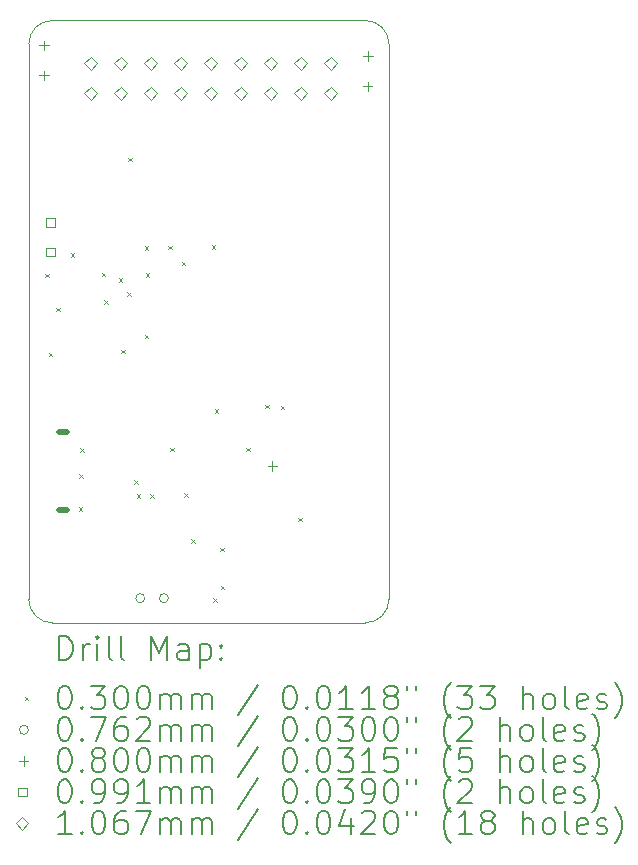
<source format=gbr>
%TF.GenerationSoftware,KiCad,Pcbnew,8.0.5*%
%TF.CreationDate,2025-04-10T23:54:24-07:00*%
%TF.ProjectId,ESP32,45535033-322e-46b6-9963-61645f706362,rev?*%
%TF.SameCoordinates,Original*%
%TF.FileFunction,Drillmap*%
%TF.FilePolarity,Positive*%
%FSLAX45Y45*%
G04 Gerber Fmt 4.5, Leading zero omitted, Abs format (unit mm)*
G04 Created by KiCad (PCBNEW 8.0.5) date 2025-04-10 23:54:24*
%MOMM*%
%LPD*%
G01*
G04 APERTURE LIST*
%ADD10C,0.050000*%
%ADD11C,0.508000*%
%ADD12C,0.200000*%
%ADD13C,0.100000*%
%ADD14C,0.106680*%
G04 APERTURE END LIST*
D10*
X11176000Y-10247000D02*
G75*
G02*
X11376000Y-10047000I200000J0D01*
G01*
X14026000Y-10047000D02*
G75*
G02*
X14226000Y-10247000I0J-200000D01*
G01*
X11376000Y-15147000D02*
G75*
G02*
X11176000Y-14947000I0J200000D01*
G01*
X14226000Y-14947000D02*
G75*
G02*
X14026000Y-15147000I-200000J0D01*
G01*
X11176000Y-14947000D02*
X11176000Y-10247000D01*
X14226000Y-10247000D02*
X14226000Y-14947000D01*
X11376000Y-10047000D02*
X14026000Y-10047000D01*
X14026000Y-15147000D02*
X11376000Y-15147000D01*
D11*
X11501790Y-13532040D02*
X11433210Y-13532040D01*
X11501790Y-14192040D02*
X11433210Y-14192040D01*
D12*
D13*
X11316000Y-12190000D02*
X11346000Y-12220000D01*
X11346000Y-12190000D02*
X11316000Y-12220000D01*
X11345000Y-12862000D02*
X11375000Y-12892000D01*
X11375000Y-12862000D02*
X11345000Y-12892000D01*
X11411000Y-12481000D02*
X11441000Y-12511000D01*
X11441000Y-12481000D02*
X11411000Y-12511000D01*
X11533521Y-12019931D02*
X11563521Y-12049931D01*
X11563521Y-12019931D02*
X11533521Y-12049931D01*
X11600000Y-14170000D02*
X11630000Y-14200000D01*
X11630000Y-14170000D02*
X11600000Y-14200000D01*
X11602000Y-13890000D02*
X11632000Y-13920000D01*
X11632000Y-13890000D02*
X11602000Y-13920000D01*
X11612500Y-13667040D02*
X11642500Y-13697040D01*
X11642500Y-13667040D02*
X11612500Y-13697040D01*
X11793740Y-12185000D02*
X11823740Y-12215000D01*
X11823740Y-12185000D02*
X11793740Y-12215000D01*
X11814000Y-12414000D02*
X11844000Y-12444000D01*
X11844000Y-12414000D02*
X11814000Y-12444000D01*
X11939000Y-12231000D02*
X11969000Y-12261000D01*
X11969000Y-12231000D02*
X11939000Y-12261000D01*
X11960000Y-12835000D02*
X11990000Y-12865000D01*
X11990000Y-12835000D02*
X11960000Y-12865000D01*
X12009000Y-12348000D02*
X12039000Y-12378000D01*
X12039000Y-12348000D02*
X12009000Y-12378000D01*
X12019000Y-11208000D02*
X12049000Y-11238000D01*
X12049000Y-11208000D02*
X12019000Y-11238000D01*
X12070000Y-13939000D02*
X12100000Y-13969000D01*
X12100000Y-13939000D02*
X12070000Y-13969000D01*
X12090000Y-14059000D02*
X12120000Y-14089000D01*
X12120000Y-14059000D02*
X12090000Y-14089000D01*
X12160000Y-11958853D02*
X12190000Y-11988853D01*
X12190000Y-11958853D02*
X12160000Y-11988853D01*
X12160000Y-12710000D02*
X12190000Y-12740000D01*
X12190000Y-12710000D02*
X12160000Y-12740000D01*
X12168000Y-12189000D02*
X12198000Y-12219000D01*
X12198000Y-12189000D02*
X12168000Y-12219000D01*
X12203000Y-14059000D02*
X12233000Y-14089000D01*
X12233000Y-14059000D02*
X12203000Y-14089000D01*
X12355000Y-11954000D02*
X12385000Y-11984000D01*
X12385000Y-11954000D02*
X12355000Y-11984000D01*
X12376000Y-13665000D02*
X12406000Y-13695000D01*
X12406000Y-13665000D02*
X12376000Y-13695000D01*
X12471000Y-12090000D02*
X12501000Y-12120000D01*
X12501000Y-12090000D02*
X12471000Y-12120000D01*
X12491000Y-14048000D02*
X12521000Y-14078000D01*
X12521000Y-14048000D02*
X12491000Y-14078000D01*
X12554000Y-14441000D02*
X12584000Y-14471000D01*
X12584000Y-14441000D02*
X12554000Y-14471000D01*
X12726000Y-11951000D02*
X12756000Y-11981000D01*
X12756000Y-11951000D02*
X12726000Y-11981000D01*
X12737000Y-14940000D02*
X12767000Y-14970000D01*
X12767000Y-14940000D02*
X12737000Y-14970000D01*
X12750000Y-13339000D02*
X12780000Y-13369000D01*
X12780000Y-13339000D02*
X12750000Y-13369000D01*
X12798000Y-14513000D02*
X12828000Y-14543000D01*
X12828000Y-14513000D02*
X12798000Y-14543000D01*
X12802000Y-14835000D02*
X12832000Y-14865000D01*
X12832000Y-14835000D02*
X12802000Y-14865000D01*
X13017000Y-13666000D02*
X13047000Y-13696000D01*
X13047000Y-13666000D02*
X13017000Y-13696000D01*
X13177000Y-13300000D02*
X13207000Y-13330000D01*
X13207000Y-13300000D02*
X13177000Y-13330000D01*
X13310000Y-13310000D02*
X13340000Y-13340000D01*
X13340000Y-13310000D02*
X13310000Y-13340000D01*
X13459000Y-14256000D02*
X13489000Y-14286000D01*
X13489000Y-14256000D02*
X13459000Y-14286000D01*
X12158100Y-14939000D02*
G75*
G02*
X12081900Y-14939000I-38100J0D01*
G01*
X12081900Y-14939000D02*
G75*
G02*
X12158100Y-14939000I38100J0D01*
G01*
X12358100Y-14939000D02*
G75*
G02*
X12281900Y-14939000I-38100J0D01*
G01*
X12281900Y-14939000D02*
G75*
G02*
X12358100Y-14939000I38100J0D01*
G01*
X11306000Y-10219000D02*
X11306000Y-10299000D01*
X11266000Y-10259000D02*
X11346000Y-10259000D01*
X11306000Y-10473000D02*
X11306000Y-10553000D01*
X11266000Y-10513000D02*
X11346000Y-10513000D01*
X13238000Y-13778000D02*
X13238000Y-13858000D01*
X13198000Y-13818000D02*
X13278000Y-13818000D01*
X14046000Y-10565000D02*
X14046000Y-10645000D01*
X14006000Y-10605000D02*
X14086000Y-10605000D01*
X14047000Y-10310000D02*
X14047000Y-10390000D01*
X14007000Y-10350000D02*
X14087000Y-10350000D01*
X11394713Y-11793683D02*
X11394713Y-11723637D01*
X11324667Y-11723637D01*
X11324667Y-11793683D01*
X11394713Y-11793683D01*
X11394713Y-12043683D02*
X11394713Y-11973637D01*
X11324667Y-11973637D01*
X11324667Y-12043683D01*
X11394713Y-12043683D01*
D14*
X11700000Y-10463340D02*
X11753340Y-10410000D01*
X11700000Y-10356660D01*
X11646660Y-10410000D01*
X11700000Y-10463340D01*
X11700000Y-10717340D02*
X11753340Y-10664000D01*
X11700000Y-10610660D01*
X11646660Y-10664000D01*
X11700000Y-10717340D01*
X11954000Y-10463340D02*
X12007340Y-10410000D01*
X11954000Y-10356660D01*
X11900660Y-10410000D01*
X11954000Y-10463340D01*
X11954000Y-10717340D02*
X12007340Y-10664000D01*
X11954000Y-10610660D01*
X11900660Y-10664000D01*
X11954000Y-10717340D01*
X12208000Y-10463340D02*
X12261340Y-10410000D01*
X12208000Y-10356660D01*
X12154660Y-10410000D01*
X12208000Y-10463340D01*
X12208000Y-10717340D02*
X12261340Y-10664000D01*
X12208000Y-10610660D01*
X12154660Y-10664000D01*
X12208000Y-10717340D01*
X12462000Y-10463340D02*
X12515340Y-10410000D01*
X12462000Y-10356660D01*
X12408660Y-10410000D01*
X12462000Y-10463340D01*
X12462000Y-10717340D02*
X12515340Y-10664000D01*
X12462000Y-10610660D01*
X12408660Y-10664000D01*
X12462000Y-10717340D01*
X12716000Y-10463340D02*
X12769340Y-10410000D01*
X12716000Y-10356660D01*
X12662660Y-10410000D01*
X12716000Y-10463340D01*
X12716000Y-10717340D02*
X12769340Y-10664000D01*
X12716000Y-10610660D01*
X12662660Y-10664000D01*
X12716000Y-10717340D01*
X12970000Y-10463340D02*
X13023340Y-10410000D01*
X12970000Y-10356660D01*
X12916660Y-10410000D01*
X12970000Y-10463340D01*
X12970000Y-10717340D02*
X13023340Y-10664000D01*
X12970000Y-10610660D01*
X12916660Y-10664000D01*
X12970000Y-10717340D01*
X13224000Y-10463340D02*
X13277340Y-10410000D01*
X13224000Y-10356660D01*
X13170660Y-10410000D01*
X13224000Y-10463340D01*
X13224000Y-10717340D02*
X13277340Y-10664000D01*
X13224000Y-10610660D01*
X13170660Y-10664000D01*
X13224000Y-10717340D01*
X13478000Y-10463340D02*
X13531340Y-10410000D01*
X13478000Y-10356660D01*
X13424660Y-10410000D01*
X13478000Y-10463340D01*
X13478000Y-10717340D02*
X13531340Y-10664000D01*
X13478000Y-10610660D01*
X13424660Y-10664000D01*
X13478000Y-10717340D01*
X13732000Y-10463340D02*
X13785340Y-10410000D01*
X13732000Y-10356660D01*
X13678660Y-10410000D01*
X13732000Y-10463340D01*
X13732000Y-10717340D02*
X13785340Y-10664000D01*
X13732000Y-10610660D01*
X13678660Y-10664000D01*
X13732000Y-10717340D01*
D12*
X11434277Y-15460984D02*
X11434277Y-15260984D01*
X11434277Y-15260984D02*
X11481896Y-15260984D01*
X11481896Y-15260984D02*
X11510467Y-15270508D01*
X11510467Y-15270508D02*
X11529515Y-15289555D01*
X11529515Y-15289555D02*
X11539039Y-15308603D01*
X11539039Y-15308603D02*
X11548562Y-15346698D01*
X11548562Y-15346698D02*
X11548562Y-15375269D01*
X11548562Y-15375269D02*
X11539039Y-15413365D01*
X11539039Y-15413365D02*
X11529515Y-15432412D01*
X11529515Y-15432412D02*
X11510467Y-15451460D01*
X11510467Y-15451460D02*
X11481896Y-15460984D01*
X11481896Y-15460984D02*
X11434277Y-15460984D01*
X11634277Y-15460984D02*
X11634277Y-15327650D01*
X11634277Y-15365746D02*
X11643801Y-15346698D01*
X11643801Y-15346698D02*
X11653324Y-15337174D01*
X11653324Y-15337174D02*
X11672372Y-15327650D01*
X11672372Y-15327650D02*
X11691420Y-15327650D01*
X11758086Y-15460984D02*
X11758086Y-15327650D01*
X11758086Y-15260984D02*
X11748562Y-15270508D01*
X11748562Y-15270508D02*
X11758086Y-15280031D01*
X11758086Y-15280031D02*
X11767610Y-15270508D01*
X11767610Y-15270508D02*
X11758086Y-15260984D01*
X11758086Y-15260984D02*
X11758086Y-15280031D01*
X11881896Y-15460984D02*
X11862848Y-15451460D01*
X11862848Y-15451460D02*
X11853324Y-15432412D01*
X11853324Y-15432412D02*
X11853324Y-15260984D01*
X11986658Y-15460984D02*
X11967610Y-15451460D01*
X11967610Y-15451460D02*
X11958086Y-15432412D01*
X11958086Y-15432412D02*
X11958086Y-15260984D01*
X12215229Y-15460984D02*
X12215229Y-15260984D01*
X12215229Y-15260984D02*
X12281896Y-15403841D01*
X12281896Y-15403841D02*
X12348562Y-15260984D01*
X12348562Y-15260984D02*
X12348562Y-15460984D01*
X12529515Y-15460984D02*
X12529515Y-15356222D01*
X12529515Y-15356222D02*
X12519991Y-15337174D01*
X12519991Y-15337174D02*
X12500943Y-15327650D01*
X12500943Y-15327650D02*
X12462848Y-15327650D01*
X12462848Y-15327650D02*
X12443801Y-15337174D01*
X12529515Y-15451460D02*
X12510467Y-15460984D01*
X12510467Y-15460984D02*
X12462848Y-15460984D01*
X12462848Y-15460984D02*
X12443801Y-15451460D01*
X12443801Y-15451460D02*
X12434277Y-15432412D01*
X12434277Y-15432412D02*
X12434277Y-15413365D01*
X12434277Y-15413365D02*
X12443801Y-15394317D01*
X12443801Y-15394317D02*
X12462848Y-15384793D01*
X12462848Y-15384793D02*
X12510467Y-15384793D01*
X12510467Y-15384793D02*
X12529515Y-15375269D01*
X12624753Y-15327650D02*
X12624753Y-15527650D01*
X12624753Y-15337174D02*
X12643801Y-15327650D01*
X12643801Y-15327650D02*
X12681896Y-15327650D01*
X12681896Y-15327650D02*
X12700943Y-15337174D01*
X12700943Y-15337174D02*
X12710467Y-15346698D01*
X12710467Y-15346698D02*
X12719991Y-15365746D01*
X12719991Y-15365746D02*
X12719991Y-15422888D01*
X12719991Y-15422888D02*
X12710467Y-15441936D01*
X12710467Y-15441936D02*
X12700943Y-15451460D01*
X12700943Y-15451460D02*
X12681896Y-15460984D01*
X12681896Y-15460984D02*
X12643801Y-15460984D01*
X12643801Y-15460984D02*
X12624753Y-15451460D01*
X12805705Y-15441936D02*
X12815229Y-15451460D01*
X12815229Y-15451460D02*
X12805705Y-15460984D01*
X12805705Y-15460984D02*
X12796182Y-15451460D01*
X12796182Y-15451460D02*
X12805705Y-15441936D01*
X12805705Y-15441936D02*
X12805705Y-15460984D01*
X12805705Y-15337174D02*
X12815229Y-15346698D01*
X12815229Y-15346698D02*
X12805705Y-15356222D01*
X12805705Y-15356222D02*
X12796182Y-15346698D01*
X12796182Y-15346698D02*
X12805705Y-15337174D01*
X12805705Y-15337174D02*
X12805705Y-15356222D01*
D13*
X11143500Y-15774500D02*
X11173500Y-15804500D01*
X11173500Y-15774500D02*
X11143500Y-15804500D01*
D12*
X11472372Y-15680984D02*
X11491420Y-15680984D01*
X11491420Y-15680984D02*
X11510467Y-15690508D01*
X11510467Y-15690508D02*
X11519991Y-15700031D01*
X11519991Y-15700031D02*
X11529515Y-15719079D01*
X11529515Y-15719079D02*
X11539039Y-15757174D01*
X11539039Y-15757174D02*
X11539039Y-15804793D01*
X11539039Y-15804793D02*
X11529515Y-15842888D01*
X11529515Y-15842888D02*
X11519991Y-15861936D01*
X11519991Y-15861936D02*
X11510467Y-15871460D01*
X11510467Y-15871460D02*
X11491420Y-15880984D01*
X11491420Y-15880984D02*
X11472372Y-15880984D01*
X11472372Y-15880984D02*
X11453324Y-15871460D01*
X11453324Y-15871460D02*
X11443801Y-15861936D01*
X11443801Y-15861936D02*
X11434277Y-15842888D01*
X11434277Y-15842888D02*
X11424753Y-15804793D01*
X11424753Y-15804793D02*
X11424753Y-15757174D01*
X11424753Y-15757174D02*
X11434277Y-15719079D01*
X11434277Y-15719079D02*
X11443801Y-15700031D01*
X11443801Y-15700031D02*
X11453324Y-15690508D01*
X11453324Y-15690508D02*
X11472372Y-15680984D01*
X11624753Y-15861936D02*
X11634277Y-15871460D01*
X11634277Y-15871460D02*
X11624753Y-15880984D01*
X11624753Y-15880984D02*
X11615229Y-15871460D01*
X11615229Y-15871460D02*
X11624753Y-15861936D01*
X11624753Y-15861936D02*
X11624753Y-15880984D01*
X11700943Y-15680984D02*
X11824753Y-15680984D01*
X11824753Y-15680984D02*
X11758086Y-15757174D01*
X11758086Y-15757174D02*
X11786658Y-15757174D01*
X11786658Y-15757174D02*
X11805705Y-15766698D01*
X11805705Y-15766698D02*
X11815229Y-15776222D01*
X11815229Y-15776222D02*
X11824753Y-15795269D01*
X11824753Y-15795269D02*
X11824753Y-15842888D01*
X11824753Y-15842888D02*
X11815229Y-15861936D01*
X11815229Y-15861936D02*
X11805705Y-15871460D01*
X11805705Y-15871460D02*
X11786658Y-15880984D01*
X11786658Y-15880984D02*
X11729515Y-15880984D01*
X11729515Y-15880984D02*
X11710467Y-15871460D01*
X11710467Y-15871460D02*
X11700943Y-15861936D01*
X11948562Y-15680984D02*
X11967610Y-15680984D01*
X11967610Y-15680984D02*
X11986658Y-15690508D01*
X11986658Y-15690508D02*
X11996182Y-15700031D01*
X11996182Y-15700031D02*
X12005705Y-15719079D01*
X12005705Y-15719079D02*
X12015229Y-15757174D01*
X12015229Y-15757174D02*
X12015229Y-15804793D01*
X12015229Y-15804793D02*
X12005705Y-15842888D01*
X12005705Y-15842888D02*
X11996182Y-15861936D01*
X11996182Y-15861936D02*
X11986658Y-15871460D01*
X11986658Y-15871460D02*
X11967610Y-15880984D01*
X11967610Y-15880984D02*
X11948562Y-15880984D01*
X11948562Y-15880984D02*
X11929515Y-15871460D01*
X11929515Y-15871460D02*
X11919991Y-15861936D01*
X11919991Y-15861936D02*
X11910467Y-15842888D01*
X11910467Y-15842888D02*
X11900943Y-15804793D01*
X11900943Y-15804793D02*
X11900943Y-15757174D01*
X11900943Y-15757174D02*
X11910467Y-15719079D01*
X11910467Y-15719079D02*
X11919991Y-15700031D01*
X11919991Y-15700031D02*
X11929515Y-15690508D01*
X11929515Y-15690508D02*
X11948562Y-15680984D01*
X12139039Y-15680984D02*
X12158086Y-15680984D01*
X12158086Y-15680984D02*
X12177134Y-15690508D01*
X12177134Y-15690508D02*
X12186658Y-15700031D01*
X12186658Y-15700031D02*
X12196182Y-15719079D01*
X12196182Y-15719079D02*
X12205705Y-15757174D01*
X12205705Y-15757174D02*
X12205705Y-15804793D01*
X12205705Y-15804793D02*
X12196182Y-15842888D01*
X12196182Y-15842888D02*
X12186658Y-15861936D01*
X12186658Y-15861936D02*
X12177134Y-15871460D01*
X12177134Y-15871460D02*
X12158086Y-15880984D01*
X12158086Y-15880984D02*
X12139039Y-15880984D01*
X12139039Y-15880984D02*
X12119991Y-15871460D01*
X12119991Y-15871460D02*
X12110467Y-15861936D01*
X12110467Y-15861936D02*
X12100943Y-15842888D01*
X12100943Y-15842888D02*
X12091420Y-15804793D01*
X12091420Y-15804793D02*
X12091420Y-15757174D01*
X12091420Y-15757174D02*
X12100943Y-15719079D01*
X12100943Y-15719079D02*
X12110467Y-15700031D01*
X12110467Y-15700031D02*
X12119991Y-15690508D01*
X12119991Y-15690508D02*
X12139039Y-15680984D01*
X12291420Y-15880984D02*
X12291420Y-15747650D01*
X12291420Y-15766698D02*
X12300943Y-15757174D01*
X12300943Y-15757174D02*
X12319991Y-15747650D01*
X12319991Y-15747650D02*
X12348563Y-15747650D01*
X12348563Y-15747650D02*
X12367610Y-15757174D01*
X12367610Y-15757174D02*
X12377134Y-15776222D01*
X12377134Y-15776222D02*
X12377134Y-15880984D01*
X12377134Y-15776222D02*
X12386658Y-15757174D01*
X12386658Y-15757174D02*
X12405705Y-15747650D01*
X12405705Y-15747650D02*
X12434277Y-15747650D01*
X12434277Y-15747650D02*
X12453324Y-15757174D01*
X12453324Y-15757174D02*
X12462848Y-15776222D01*
X12462848Y-15776222D02*
X12462848Y-15880984D01*
X12558086Y-15880984D02*
X12558086Y-15747650D01*
X12558086Y-15766698D02*
X12567610Y-15757174D01*
X12567610Y-15757174D02*
X12586658Y-15747650D01*
X12586658Y-15747650D02*
X12615229Y-15747650D01*
X12615229Y-15747650D02*
X12634277Y-15757174D01*
X12634277Y-15757174D02*
X12643801Y-15776222D01*
X12643801Y-15776222D02*
X12643801Y-15880984D01*
X12643801Y-15776222D02*
X12653324Y-15757174D01*
X12653324Y-15757174D02*
X12672372Y-15747650D01*
X12672372Y-15747650D02*
X12700943Y-15747650D01*
X12700943Y-15747650D02*
X12719991Y-15757174D01*
X12719991Y-15757174D02*
X12729515Y-15776222D01*
X12729515Y-15776222D02*
X12729515Y-15880984D01*
X13119991Y-15671460D02*
X12948563Y-15928603D01*
X13377134Y-15680984D02*
X13396182Y-15680984D01*
X13396182Y-15680984D02*
X13415229Y-15690508D01*
X13415229Y-15690508D02*
X13424753Y-15700031D01*
X13424753Y-15700031D02*
X13434277Y-15719079D01*
X13434277Y-15719079D02*
X13443801Y-15757174D01*
X13443801Y-15757174D02*
X13443801Y-15804793D01*
X13443801Y-15804793D02*
X13434277Y-15842888D01*
X13434277Y-15842888D02*
X13424753Y-15861936D01*
X13424753Y-15861936D02*
X13415229Y-15871460D01*
X13415229Y-15871460D02*
X13396182Y-15880984D01*
X13396182Y-15880984D02*
X13377134Y-15880984D01*
X13377134Y-15880984D02*
X13358086Y-15871460D01*
X13358086Y-15871460D02*
X13348563Y-15861936D01*
X13348563Y-15861936D02*
X13339039Y-15842888D01*
X13339039Y-15842888D02*
X13329515Y-15804793D01*
X13329515Y-15804793D02*
X13329515Y-15757174D01*
X13329515Y-15757174D02*
X13339039Y-15719079D01*
X13339039Y-15719079D02*
X13348563Y-15700031D01*
X13348563Y-15700031D02*
X13358086Y-15690508D01*
X13358086Y-15690508D02*
X13377134Y-15680984D01*
X13529515Y-15861936D02*
X13539039Y-15871460D01*
X13539039Y-15871460D02*
X13529515Y-15880984D01*
X13529515Y-15880984D02*
X13519991Y-15871460D01*
X13519991Y-15871460D02*
X13529515Y-15861936D01*
X13529515Y-15861936D02*
X13529515Y-15880984D01*
X13662848Y-15680984D02*
X13681896Y-15680984D01*
X13681896Y-15680984D02*
X13700944Y-15690508D01*
X13700944Y-15690508D02*
X13710467Y-15700031D01*
X13710467Y-15700031D02*
X13719991Y-15719079D01*
X13719991Y-15719079D02*
X13729515Y-15757174D01*
X13729515Y-15757174D02*
X13729515Y-15804793D01*
X13729515Y-15804793D02*
X13719991Y-15842888D01*
X13719991Y-15842888D02*
X13710467Y-15861936D01*
X13710467Y-15861936D02*
X13700944Y-15871460D01*
X13700944Y-15871460D02*
X13681896Y-15880984D01*
X13681896Y-15880984D02*
X13662848Y-15880984D01*
X13662848Y-15880984D02*
X13643801Y-15871460D01*
X13643801Y-15871460D02*
X13634277Y-15861936D01*
X13634277Y-15861936D02*
X13624753Y-15842888D01*
X13624753Y-15842888D02*
X13615229Y-15804793D01*
X13615229Y-15804793D02*
X13615229Y-15757174D01*
X13615229Y-15757174D02*
X13624753Y-15719079D01*
X13624753Y-15719079D02*
X13634277Y-15700031D01*
X13634277Y-15700031D02*
X13643801Y-15690508D01*
X13643801Y-15690508D02*
X13662848Y-15680984D01*
X13919991Y-15880984D02*
X13805706Y-15880984D01*
X13862848Y-15880984D02*
X13862848Y-15680984D01*
X13862848Y-15680984D02*
X13843801Y-15709555D01*
X13843801Y-15709555D02*
X13824753Y-15728603D01*
X13824753Y-15728603D02*
X13805706Y-15738127D01*
X14110467Y-15880984D02*
X13996182Y-15880984D01*
X14053325Y-15880984D02*
X14053325Y-15680984D01*
X14053325Y-15680984D02*
X14034277Y-15709555D01*
X14034277Y-15709555D02*
X14015229Y-15728603D01*
X14015229Y-15728603D02*
X13996182Y-15738127D01*
X14224753Y-15766698D02*
X14205706Y-15757174D01*
X14205706Y-15757174D02*
X14196182Y-15747650D01*
X14196182Y-15747650D02*
X14186658Y-15728603D01*
X14186658Y-15728603D02*
X14186658Y-15719079D01*
X14186658Y-15719079D02*
X14196182Y-15700031D01*
X14196182Y-15700031D02*
X14205706Y-15690508D01*
X14205706Y-15690508D02*
X14224753Y-15680984D01*
X14224753Y-15680984D02*
X14262848Y-15680984D01*
X14262848Y-15680984D02*
X14281896Y-15690508D01*
X14281896Y-15690508D02*
X14291420Y-15700031D01*
X14291420Y-15700031D02*
X14300944Y-15719079D01*
X14300944Y-15719079D02*
X14300944Y-15728603D01*
X14300944Y-15728603D02*
X14291420Y-15747650D01*
X14291420Y-15747650D02*
X14281896Y-15757174D01*
X14281896Y-15757174D02*
X14262848Y-15766698D01*
X14262848Y-15766698D02*
X14224753Y-15766698D01*
X14224753Y-15766698D02*
X14205706Y-15776222D01*
X14205706Y-15776222D02*
X14196182Y-15785746D01*
X14196182Y-15785746D02*
X14186658Y-15804793D01*
X14186658Y-15804793D02*
X14186658Y-15842888D01*
X14186658Y-15842888D02*
X14196182Y-15861936D01*
X14196182Y-15861936D02*
X14205706Y-15871460D01*
X14205706Y-15871460D02*
X14224753Y-15880984D01*
X14224753Y-15880984D02*
X14262848Y-15880984D01*
X14262848Y-15880984D02*
X14281896Y-15871460D01*
X14281896Y-15871460D02*
X14291420Y-15861936D01*
X14291420Y-15861936D02*
X14300944Y-15842888D01*
X14300944Y-15842888D02*
X14300944Y-15804793D01*
X14300944Y-15804793D02*
X14291420Y-15785746D01*
X14291420Y-15785746D02*
X14281896Y-15776222D01*
X14281896Y-15776222D02*
X14262848Y-15766698D01*
X14377134Y-15680984D02*
X14377134Y-15719079D01*
X14453325Y-15680984D02*
X14453325Y-15719079D01*
X14748563Y-15957174D02*
X14739039Y-15947650D01*
X14739039Y-15947650D02*
X14719991Y-15919079D01*
X14719991Y-15919079D02*
X14710468Y-15900031D01*
X14710468Y-15900031D02*
X14700944Y-15871460D01*
X14700944Y-15871460D02*
X14691420Y-15823841D01*
X14691420Y-15823841D02*
X14691420Y-15785746D01*
X14691420Y-15785746D02*
X14700944Y-15738127D01*
X14700944Y-15738127D02*
X14710468Y-15709555D01*
X14710468Y-15709555D02*
X14719991Y-15690508D01*
X14719991Y-15690508D02*
X14739039Y-15661936D01*
X14739039Y-15661936D02*
X14748563Y-15652412D01*
X14805706Y-15680984D02*
X14929515Y-15680984D01*
X14929515Y-15680984D02*
X14862848Y-15757174D01*
X14862848Y-15757174D02*
X14891420Y-15757174D01*
X14891420Y-15757174D02*
X14910468Y-15766698D01*
X14910468Y-15766698D02*
X14919991Y-15776222D01*
X14919991Y-15776222D02*
X14929515Y-15795269D01*
X14929515Y-15795269D02*
X14929515Y-15842888D01*
X14929515Y-15842888D02*
X14919991Y-15861936D01*
X14919991Y-15861936D02*
X14910468Y-15871460D01*
X14910468Y-15871460D02*
X14891420Y-15880984D01*
X14891420Y-15880984D02*
X14834277Y-15880984D01*
X14834277Y-15880984D02*
X14815229Y-15871460D01*
X14815229Y-15871460D02*
X14805706Y-15861936D01*
X14996182Y-15680984D02*
X15119991Y-15680984D01*
X15119991Y-15680984D02*
X15053325Y-15757174D01*
X15053325Y-15757174D02*
X15081896Y-15757174D01*
X15081896Y-15757174D02*
X15100944Y-15766698D01*
X15100944Y-15766698D02*
X15110468Y-15776222D01*
X15110468Y-15776222D02*
X15119991Y-15795269D01*
X15119991Y-15795269D02*
X15119991Y-15842888D01*
X15119991Y-15842888D02*
X15110468Y-15861936D01*
X15110468Y-15861936D02*
X15100944Y-15871460D01*
X15100944Y-15871460D02*
X15081896Y-15880984D01*
X15081896Y-15880984D02*
X15024753Y-15880984D01*
X15024753Y-15880984D02*
X15005706Y-15871460D01*
X15005706Y-15871460D02*
X14996182Y-15861936D01*
X15358087Y-15880984D02*
X15358087Y-15680984D01*
X15443801Y-15880984D02*
X15443801Y-15776222D01*
X15443801Y-15776222D02*
X15434277Y-15757174D01*
X15434277Y-15757174D02*
X15415230Y-15747650D01*
X15415230Y-15747650D02*
X15386658Y-15747650D01*
X15386658Y-15747650D02*
X15367610Y-15757174D01*
X15367610Y-15757174D02*
X15358087Y-15766698D01*
X15567610Y-15880984D02*
X15548563Y-15871460D01*
X15548563Y-15871460D02*
X15539039Y-15861936D01*
X15539039Y-15861936D02*
X15529515Y-15842888D01*
X15529515Y-15842888D02*
X15529515Y-15785746D01*
X15529515Y-15785746D02*
X15539039Y-15766698D01*
X15539039Y-15766698D02*
X15548563Y-15757174D01*
X15548563Y-15757174D02*
X15567610Y-15747650D01*
X15567610Y-15747650D02*
X15596182Y-15747650D01*
X15596182Y-15747650D02*
X15615230Y-15757174D01*
X15615230Y-15757174D02*
X15624753Y-15766698D01*
X15624753Y-15766698D02*
X15634277Y-15785746D01*
X15634277Y-15785746D02*
X15634277Y-15842888D01*
X15634277Y-15842888D02*
X15624753Y-15861936D01*
X15624753Y-15861936D02*
X15615230Y-15871460D01*
X15615230Y-15871460D02*
X15596182Y-15880984D01*
X15596182Y-15880984D02*
X15567610Y-15880984D01*
X15748563Y-15880984D02*
X15729515Y-15871460D01*
X15729515Y-15871460D02*
X15719991Y-15852412D01*
X15719991Y-15852412D02*
X15719991Y-15680984D01*
X15900944Y-15871460D02*
X15881896Y-15880984D01*
X15881896Y-15880984D02*
X15843801Y-15880984D01*
X15843801Y-15880984D02*
X15824753Y-15871460D01*
X15824753Y-15871460D02*
X15815230Y-15852412D01*
X15815230Y-15852412D02*
X15815230Y-15776222D01*
X15815230Y-15776222D02*
X15824753Y-15757174D01*
X15824753Y-15757174D02*
X15843801Y-15747650D01*
X15843801Y-15747650D02*
X15881896Y-15747650D01*
X15881896Y-15747650D02*
X15900944Y-15757174D01*
X15900944Y-15757174D02*
X15910468Y-15776222D01*
X15910468Y-15776222D02*
X15910468Y-15795269D01*
X15910468Y-15795269D02*
X15815230Y-15814317D01*
X15986658Y-15871460D02*
X16005706Y-15880984D01*
X16005706Y-15880984D02*
X16043801Y-15880984D01*
X16043801Y-15880984D02*
X16062849Y-15871460D01*
X16062849Y-15871460D02*
X16072372Y-15852412D01*
X16072372Y-15852412D02*
X16072372Y-15842888D01*
X16072372Y-15842888D02*
X16062849Y-15823841D01*
X16062849Y-15823841D02*
X16043801Y-15814317D01*
X16043801Y-15814317D02*
X16015230Y-15814317D01*
X16015230Y-15814317D02*
X15996182Y-15804793D01*
X15996182Y-15804793D02*
X15986658Y-15785746D01*
X15986658Y-15785746D02*
X15986658Y-15776222D01*
X15986658Y-15776222D02*
X15996182Y-15757174D01*
X15996182Y-15757174D02*
X16015230Y-15747650D01*
X16015230Y-15747650D02*
X16043801Y-15747650D01*
X16043801Y-15747650D02*
X16062849Y-15757174D01*
X16139039Y-15957174D02*
X16148563Y-15947650D01*
X16148563Y-15947650D02*
X16167611Y-15919079D01*
X16167611Y-15919079D02*
X16177134Y-15900031D01*
X16177134Y-15900031D02*
X16186658Y-15871460D01*
X16186658Y-15871460D02*
X16196182Y-15823841D01*
X16196182Y-15823841D02*
X16196182Y-15785746D01*
X16196182Y-15785746D02*
X16186658Y-15738127D01*
X16186658Y-15738127D02*
X16177134Y-15709555D01*
X16177134Y-15709555D02*
X16167611Y-15690508D01*
X16167611Y-15690508D02*
X16148563Y-15661936D01*
X16148563Y-15661936D02*
X16139039Y-15652412D01*
D13*
X11173500Y-16053500D02*
G75*
G02*
X11097300Y-16053500I-38100J0D01*
G01*
X11097300Y-16053500D02*
G75*
G02*
X11173500Y-16053500I38100J0D01*
G01*
D12*
X11472372Y-15944984D02*
X11491420Y-15944984D01*
X11491420Y-15944984D02*
X11510467Y-15954508D01*
X11510467Y-15954508D02*
X11519991Y-15964031D01*
X11519991Y-15964031D02*
X11529515Y-15983079D01*
X11529515Y-15983079D02*
X11539039Y-16021174D01*
X11539039Y-16021174D02*
X11539039Y-16068793D01*
X11539039Y-16068793D02*
X11529515Y-16106888D01*
X11529515Y-16106888D02*
X11519991Y-16125936D01*
X11519991Y-16125936D02*
X11510467Y-16135460D01*
X11510467Y-16135460D02*
X11491420Y-16144984D01*
X11491420Y-16144984D02*
X11472372Y-16144984D01*
X11472372Y-16144984D02*
X11453324Y-16135460D01*
X11453324Y-16135460D02*
X11443801Y-16125936D01*
X11443801Y-16125936D02*
X11434277Y-16106888D01*
X11434277Y-16106888D02*
X11424753Y-16068793D01*
X11424753Y-16068793D02*
X11424753Y-16021174D01*
X11424753Y-16021174D02*
X11434277Y-15983079D01*
X11434277Y-15983079D02*
X11443801Y-15964031D01*
X11443801Y-15964031D02*
X11453324Y-15954508D01*
X11453324Y-15954508D02*
X11472372Y-15944984D01*
X11624753Y-16125936D02*
X11634277Y-16135460D01*
X11634277Y-16135460D02*
X11624753Y-16144984D01*
X11624753Y-16144984D02*
X11615229Y-16135460D01*
X11615229Y-16135460D02*
X11624753Y-16125936D01*
X11624753Y-16125936D02*
X11624753Y-16144984D01*
X11700943Y-15944984D02*
X11834277Y-15944984D01*
X11834277Y-15944984D02*
X11748562Y-16144984D01*
X11996182Y-15944984D02*
X11958086Y-15944984D01*
X11958086Y-15944984D02*
X11939039Y-15954508D01*
X11939039Y-15954508D02*
X11929515Y-15964031D01*
X11929515Y-15964031D02*
X11910467Y-15992603D01*
X11910467Y-15992603D02*
X11900943Y-16030698D01*
X11900943Y-16030698D02*
X11900943Y-16106888D01*
X11900943Y-16106888D02*
X11910467Y-16125936D01*
X11910467Y-16125936D02*
X11919991Y-16135460D01*
X11919991Y-16135460D02*
X11939039Y-16144984D01*
X11939039Y-16144984D02*
X11977134Y-16144984D01*
X11977134Y-16144984D02*
X11996182Y-16135460D01*
X11996182Y-16135460D02*
X12005705Y-16125936D01*
X12005705Y-16125936D02*
X12015229Y-16106888D01*
X12015229Y-16106888D02*
X12015229Y-16059269D01*
X12015229Y-16059269D02*
X12005705Y-16040222D01*
X12005705Y-16040222D02*
X11996182Y-16030698D01*
X11996182Y-16030698D02*
X11977134Y-16021174D01*
X11977134Y-16021174D02*
X11939039Y-16021174D01*
X11939039Y-16021174D02*
X11919991Y-16030698D01*
X11919991Y-16030698D02*
X11910467Y-16040222D01*
X11910467Y-16040222D02*
X11900943Y-16059269D01*
X12091420Y-15964031D02*
X12100943Y-15954508D01*
X12100943Y-15954508D02*
X12119991Y-15944984D01*
X12119991Y-15944984D02*
X12167610Y-15944984D01*
X12167610Y-15944984D02*
X12186658Y-15954508D01*
X12186658Y-15954508D02*
X12196182Y-15964031D01*
X12196182Y-15964031D02*
X12205705Y-15983079D01*
X12205705Y-15983079D02*
X12205705Y-16002127D01*
X12205705Y-16002127D02*
X12196182Y-16030698D01*
X12196182Y-16030698D02*
X12081896Y-16144984D01*
X12081896Y-16144984D02*
X12205705Y-16144984D01*
X12291420Y-16144984D02*
X12291420Y-16011650D01*
X12291420Y-16030698D02*
X12300943Y-16021174D01*
X12300943Y-16021174D02*
X12319991Y-16011650D01*
X12319991Y-16011650D02*
X12348563Y-16011650D01*
X12348563Y-16011650D02*
X12367610Y-16021174D01*
X12367610Y-16021174D02*
X12377134Y-16040222D01*
X12377134Y-16040222D02*
X12377134Y-16144984D01*
X12377134Y-16040222D02*
X12386658Y-16021174D01*
X12386658Y-16021174D02*
X12405705Y-16011650D01*
X12405705Y-16011650D02*
X12434277Y-16011650D01*
X12434277Y-16011650D02*
X12453324Y-16021174D01*
X12453324Y-16021174D02*
X12462848Y-16040222D01*
X12462848Y-16040222D02*
X12462848Y-16144984D01*
X12558086Y-16144984D02*
X12558086Y-16011650D01*
X12558086Y-16030698D02*
X12567610Y-16021174D01*
X12567610Y-16021174D02*
X12586658Y-16011650D01*
X12586658Y-16011650D02*
X12615229Y-16011650D01*
X12615229Y-16011650D02*
X12634277Y-16021174D01*
X12634277Y-16021174D02*
X12643801Y-16040222D01*
X12643801Y-16040222D02*
X12643801Y-16144984D01*
X12643801Y-16040222D02*
X12653324Y-16021174D01*
X12653324Y-16021174D02*
X12672372Y-16011650D01*
X12672372Y-16011650D02*
X12700943Y-16011650D01*
X12700943Y-16011650D02*
X12719991Y-16021174D01*
X12719991Y-16021174D02*
X12729515Y-16040222D01*
X12729515Y-16040222D02*
X12729515Y-16144984D01*
X13119991Y-15935460D02*
X12948563Y-16192603D01*
X13377134Y-15944984D02*
X13396182Y-15944984D01*
X13396182Y-15944984D02*
X13415229Y-15954508D01*
X13415229Y-15954508D02*
X13424753Y-15964031D01*
X13424753Y-15964031D02*
X13434277Y-15983079D01*
X13434277Y-15983079D02*
X13443801Y-16021174D01*
X13443801Y-16021174D02*
X13443801Y-16068793D01*
X13443801Y-16068793D02*
X13434277Y-16106888D01*
X13434277Y-16106888D02*
X13424753Y-16125936D01*
X13424753Y-16125936D02*
X13415229Y-16135460D01*
X13415229Y-16135460D02*
X13396182Y-16144984D01*
X13396182Y-16144984D02*
X13377134Y-16144984D01*
X13377134Y-16144984D02*
X13358086Y-16135460D01*
X13358086Y-16135460D02*
X13348563Y-16125936D01*
X13348563Y-16125936D02*
X13339039Y-16106888D01*
X13339039Y-16106888D02*
X13329515Y-16068793D01*
X13329515Y-16068793D02*
X13329515Y-16021174D01*
X13329515Y-16021174D02*
X13339039Y-15983079D01*
X13339039Y-15983079D02*
X13348563Y-15964031D01*
X13348563Y-15964031D02*
X13358086Y-15954508D01*
X13358086Y-15954508D02*
X13377134Y-15944984D01*
X13529515Y-16125936D02*
X13539039Y-16135460D01*
X13539039Y-16135460D02*
X13529515Y-16144984D01*
X13529515Y-16144984D02*
X13519991Y-16135460D01*
X13519991Y-16135460D02*
X13529515Y-16125936D01*
X13529515Y-16125936D02*
X13529515Y-16144984D01*
X13662848Y-15944984D02*
X13681896Y-15944984D01*
X13681896Y-15944984D02*
X13700944Y-15954508D01*
X13700944Y-15954508D02*
X13710467Y-15964031D01*
X13710467Y-15964031D02*
X13719991Y-15983079D01*
X13719991Y-15983079D02*
X13729515Y-16021174D01*
X13729515Y-16021174D02*
X13729515Y-16068793D01*
X13729515Y-16068793D02*
X13719991Y-16106888D01*
X13719991Y-16106888D02*
X13710467Y-16125936D01*
X13710467Y-16125936D02*
X13700944Y-16135460D01*
X13700944Y-16135460D02*
X13681896Y-16144984D01*
X13681896Y-16144984D02*
X13662848Y-16144984D01*
X13662848Y-16144984D02*
X13643801Y-16135460D01*
X13643801Y-16135460D02*
X13634277Y-16125936D01*
X13634277Y-16125936D02*
X13624753Y-16106888D01*
X13624753Y-16106888D02*
X13615229Y-16068793D01*
X13615229Y-16068793D02*
X13615229Y-16021174D01*
X13615229Y-16021174D02*
X13624753Y-15983079D01*
X13624753Y-15983079D02*
X13634277Y-15964031D01*
X13634277Y-15964031D02*
X13643801Y-15954508D01*
X13643801Y-15954508D02*
X13662848Y-15944984D01*
X13796182Y-15944984D02*
X13919991Y-15944984D01*
X13919991Y-15944984D02*
X13853325Y-16021174D01*
X13853325Y-16021174D02*
X13881896Y-16021174D01*
X13881896Y-16021174D02*
X13900944Y-16030698D01*
X13900944Y-16030698D02*
X13910467Y-16040222D01*
X13910467Y-16040222D02*
X13919991Y-16059269D01*
X13919991Y-16059269D02*
X13919991Y-16106888D01*
X13919991Y-16106888D02*
X13910467Y-16125936D01*
X13910467Y-16125936D02*
X13900944Y-16135460D01*
X13900944Y-16135460D02*
X13881896Y-16144984D01*
X13881896Y-16144984D02*
X13824753Y-16144984D01*
X13824753Y-16144984D02*
X13805706Y-16135460D01*
X13805706Y-16135460D02*
X13796182Y-16125936D01*
X14043801Y-15944984D02*
X14062848Y-15944984D01*
X14062848Y-15944984D02*
X14081896Y-15954508D01*
X14081896Y-15954508D02*
X14091420Y-15964031D01*
X14091420Y-15964031D02*
X14100944Y-15983079D01*
X14100944Y-15983079D02*
X14110467Y-16021174D01*
X14110467Y-16021174D02*
X14110467Y-16068793D01*
X14110467Y-16068793D02*
X14100944Y-16106888D01*
X14100944Y-16106888D02*
X14091420Y-16125936D01*
X14091420Y-16125936D02*
X14081896Y-16135460D01*
X14081896Y-16135460D02*
X14062848Y-16144984D01*
X14062848Y-16144984D02*
X14043801Y-16144984D01*
X14043801Y-16144984D02*
X14024753Y-16135460D01*
X14024753Y-16135460D02*
X14015229Y-16125936D01*
X14015229Y-16125936D02*
X14005706Y-16106888D01*
X14005706Y-16106888D02*
X13996182Y-16068793D01*
X13996182Y-16068793D02*
X13996182Y-16021174D01*
X13996182Y-16021174D02*
X14005706Y-15983079D01*
X14005706Y-15983079D02*
X14015229Y-15964031D01*
X14015229Y-15964031D02*
X14024753Y-15954508D01*
X14024753Y-15954508D02*
X14043801Y-15944984D01*
X14234277Y-15944984D02*
X14253325Y-15944984D01*
X14253325Y-15944984D02*
X14272372Y-15954508D01*
X14272372Y-15954508D02*
X14281896Y-15964031D01*
X14281896Y-15964031D02*
X14291420Y-15983079D01*
X14291420Y-15983079D02*
X14300944Y-16021174D01*
X14300944Y-16021174D02*
X14300944Y-16068793D01*
X14300944Y-16068793D02*
X14291420Y-16106888D01*
X14291420Y-16106888D02*
X14281896Y-16125936D01*
X14281896Y-16125936D02*
X14272372Y-16135460D01*
X14272372Y-16135460D02*
X14253325Y-16144984D01*
X14253325Y-16144984D02*
X14234277Y-16144984D01*
X14234277Y-16144984D02*
X14215229Y-16135460D01*
X14215229Y-16135460D02*
X14205706Y-16125936D01*
X14205706Y-16125936D02*
X14196182Y-16106888D01*
X14196182Y-16106888D02*
X14186658Y-16068793D01*
X14186658Y-16068793D02*
X14186658Y-16021174D01*
X14186658Y-16021174D02*
X14196182Y-15983079D01*
X14196182Y-15983079D02*
X14205706Y-15964031D01*
X14205706Y-15964031D02*
X14215229Y-15954508D01*
X14215229Y-15954508D02*
X14234277Y-15944984D01*
X14377134Y-15944984D02*
X14377134Y-15983079D01*
X14453325Y-15944984D02*
X14453325Y-15983079D01*
X14748563Y-16221174D02*
X14739039Y-16211650D01*
X14739039Y-16211650D02*
X14719991Y-16183079D01*
X14719991Y-16183079D02*
X14710468Y-16164031D01*
X14710468Y-16164031D02*
X14700944Y-16135460D01*
X14700944Y-16135460D02*
X14691420Y-16087841D01*
X14691420Y-16087841D02*
X14691420Y-16049746D01*
X14691420Y-16049746D02*
X14700944Y-16002127D01*
X14700944Y-16002127D02*
X14710468Y-15973555D01*
X14710468Y-15973555D02*
X14719991Y-15954508D01*
X14719991Y-15954508D02*
X14739039Y-15925936D01*
X14739039Y-15925936D02*
X14748563Y-15916412D01*
X14815229Y-15964031D02*
X14824753Y-15954508D01*
X14824753Y-15954508D02*
X14843801Y-15944984D01*
X14843801Y-15944984D02*
X14891420Y-15944984D01*
X14891420Y-15944984D02*
X14910468Y-15954508D01*
X14910468Y-15954508D02*
X14919991Y-15964031D01*
X14919991Y-15964031D02*
X14929515Y-15983079D01*
X14929515Y-15983079D02*
X14929515Y-16002127D01*
X14929515Y-16002127D02*
X14919991Y-16030698D01*
X14919991Y-16030698D02*
X14805706Y-16144984D01*
X14805706Y-16144984D02*
X14929515Y-16144984D01*
X15167610Y-16144984D02*
X15167610Y-15944984D01*
X15253325Y-16144984D02*
X15253325Y-16040222D01*
X15253325Y-16040222D02*
X15243801Y-16021174D01*
X15243801Y-16021174D02*
X15224753Y-16011650D01*
X15224753Y-16011650D02*
X15196182Y-16011650D01*
X15196182Y-16011650D02*
X15177134Y-16021174D01*
X15177134Y-16021174D02*
X15167610Y-16030698D01*
X15377134Y-16144984D02*
X15358087Y-16135460D01*
X15358087Y-16135460D02*
X15348563Y-16125936D01*
X15348563Y-16125936D02*
X15339039Y-16106888D01*
X15339039Y-16106888D02*
X15339039Y-16049746D01*
X15339039Y-16049746D02*
X15348563Y-16030698D01*
X15348563Y-16030698D02*
X15358087Y-16021174D01*
X15358087Y-16021174D02*
X15377134Y-16011650D01*
X15377134Y-16011650D02*
X15405706Y-16011650D01*
X15405706Y-16011650D02*
X15424753Y-16021174D01*
X15424753Y-16021174D02*
X15434277Y-16030698D01*
X15434277Y-16030698D02*
X15443801Y-16049746D01*
X15443801Y-16049746D02*
X15443801Y-16106888D01*
X15443801Y-16106888D02*
X15434277Y-16125936D01*
X15434277Y-16125936D02*
X15424753Y-16135460D01*
X15424753Y-16135460D02*
X15405706Y-16144984D01*
X15405706Y-16144984D02*
X15377134Y-16144984D01*
X15558087Y-16144984D02*
X15539039Y-16135460D01*
X15539039Y-16135460D02*
X15529515Y-16116412D01*
X15529515Y-16116412D02*
X15529515Y-15944984D01*
X15710468Y-16135460D02*
X15691420Y-16144984D01*
X15691420Y-16144984D02*
X15653325Y-16144984D01*
X15653325Y-16144984D02*
X15634277Y-16135460D01*
X15634277Y-16135460D02*
X15624753Y-16116412D01*
X15624753Y-16116412D02*
X15624753Y-16040222D01*
X15624753Y-16040222D02*
X15634277Y-16021174D01*
X15634277Y-16021174D02*
X15653325Y-16011650D01*
X15653325Y-16011650D02*
X15691420Y-16011650D01*
X15691420Y-16011650D02*
X15710468Y-16021174D01*
X15710468Y-16021174D02*
X15719991Y-16040222D01*
X15719991Y-16040222D02*
X15719991Y-16059269D01*
X15719991Y-16059269D02*
X15624753Y-16078317D01*
X15796182Y-16135460D02*
X15815230Y-16144984D01*
X15815230Y-16144984D02*
X15853325Y-16144984D01*
X15853325Y-16144984D02*
X15872372Y-16135460D01*
X15872372Y-16135460D02*
X15881896Y-16116412D01*
X15881896Y-16116412D02*
X15881896Y-16106888D01*
X15881896Y-16106888D02*
X15872372Y-16087841D01*
X15872372Y-16087841D02*
X15853325Y-16078317D01*
X15853325Y-16078317D02*
X15824753Y-16078317D01*
X15824753Y-16078317D02*
X15805706Y-16068793D01*
X15805706Y-16068793D02*
X15796182Y-16049746D01*
X15796182Y-16049746D02*
X15796182Y-16040222D01*
X15796182Y-16040222D02*
X15805706Y-16021174D01*
X15805706Y-16021174D02*
X15824753Y-16011650D01*
X15824753Y-16011650D02*
X15853325Y-16011650D01*
X15853325Y-16011650D02*
X15872372Y-16021174D01*
X15948563Y-16221174D02*
X15958087Y-16211650D01*
X15958087Y-16211650D02*
X15977134Y-16183079D01*
X15977134Y-16183079D02*
X15986658Y-16164031D01*
X15986658Y-16164031D02*
X15996182Y-16135460D01*
X15996182Y-16135460D02*
X16005706Y-16087841D01*
X16005706Y-16087841D02*
X16005706Y-16049746D01*
X16005706Y-16049746D02*
X15996182Y-16002127D01*
X15996182Y-16002127D02*
X15986658Y-15973555D01*
X15986658Y-15973555D02*
X15977134Y-15954508D01*
X15977134Y-15954508D02*
X15958087Y-15925936D01*
X15958087Y-15925936D02*
X15948563Y-15916412D01*
D13*
X11133500Y-16277500D02*
X11133500Y-16357500D01*
X11093500Y-16317500D02*
X11173500Y-16317500D01*
D12*
X11472372Y-16208984D02*
X11491420Y-16208984D01*
X11491420Y-16208984D02*
X11510467Y-16218508D01*
X11510467Y-16218508D02*
X11519991Y-16228031D01*
X11519991Y-16228031D02*
X11529515Y-16247079D01*
X11529515Y-16247079D02*
X11539039Y-16285174D01*
X11539039Y-16285174D02*
X11539039Y-16332793D01*
X11539039Y-16332793D02*
X11529515Y-16370888D01*
X11529515Y-16370888D02*
X11519991Y-16389936D01*
X11519991Y-16389936D02*
X11510467Y-16399460D01*
X11510467Y-16399460D02*
X11491420Y-16408984D01*
X11491420Y-16408984D02*
X11472372Y-16408984D01*
X11472372Y-16408984D02*
X11453324Y-16399460D01*
X11453324Y-16399460D02*
X11443801Y-16389936D01*
X11443801Y-16389936D02*
X11434277Y-16370888D01*
X11434277Y-16370888D02*
X11424753Y-16332793D01*
X11424753Y-16332793D02*
X11424753Y-16285174D01*
X11424753Y-16285174D02*
X11434277Y-16247079D01*
X11434277Y-16247079D02*
X11443801Y-16228031D01*
X11443801Y-16228031D02*
X11453324Y-16218508D01*
X11453324Y-16218508D02*
X11472372Y-16208984D01*
X11624753Y-16389936D02*
X11634277Y-16399460D01*
X11634277Y-16399460D02*
X11624753Y-16408984D01*
X11624753Y-16408984D02*
X11615229Y-16399460D01*
X11615229Y-16399460D02*
X11624753Y-16389936D01*
X11624753Y-16389936D02*
X11624753Y-16408984D01*
X11748562Y-16294698D02*
X11729515Y-16285174D01*
X11729515Y-16285174D02*
X11719991Y-16275650D01*
X11719991Y-16275650D02*
X11710467Y-16256603D01*
X11710467Y-16256603D02*
X11710467Y-16247079D01*
X11710467Y-16247079D02*
X11719991Y-16228031D01*
X11719991Y-16228031D02*
X11729515Y-16218508D01*
X11729515Y-16218508D02*
X11748562Y-16208984D01*
X11748562Y-16208984D02*
X11786658Y-16208984D01*
X11786658Y-16208984D02*
X11805705Y-16218508D01*
X11805705Y-16218508D02*
X11815229Y-16228031D01*
X11815229Y-16228031D02*
X11824753Y-16247079D01*
X11824753Y-16247079D02*
X11824753Y-16256603D01*
X11824753Y-16256603D02*
X11815229Y-16275650D01*
X11815229Y-16275650D02*
X11805705Y-16285174D01*
X11805705Y-16285174D02*
X11786658Y-16294698D01*
X11786658Y-16294698D02*
X11748562Y-16294698D01*
X11748562Y-16294698D02*
X11729515Y-16304222D01*
X11729515Y-16304222D02*
X11719991Y-16313746D01*
X11719991Y-16313746D02*
X11710467Y-16332793D01*
X11710467Y-16332793D02*
X11710467Y-16370888D01*
X11710467Y-16370888D02*
X11719991Y-16389936D01*
X11719991Y-16389936D02*
X11729515Y-16399460D01*
X11729515Y-16399460D02*
X11748562Y-16408984D01*
X11748562Y-16408984D02*
X11786658Y-16408984D01*
X11786658Y-16408984D02*
X11805705Y-16399460D01*
X11805705Y-16399460D02*
X11815229Y-16389936D01*
X11815229Y-16389936D02*
X11824753Y-16370888D01*
X11824753Y-16370888D02*
X11824753Y-16332793D01*
X11824753Y-16332793D02*
X11815229Y-16313746D01*
X11815229Y-16313746D02*
X11805705Y-16304222D01*
X11805705Y-16304222D02*
X11786658Y-16294698D01*
X11948562Y-16208984D02*
X11967610Y-16208984D01*
X11967610Y-16208984D02*
X11986658Y-16218508D01*
X11986658Y-16218508D02*
X11996182Y-16228031D01*
X11996182Y-16228031D02*
X12005705Y-16247079D01*
X12005705Y-16247079D02*
X12015229Y-16285174D01*
X12015229Y-16285174D02*
X12015229Y-16332793D01*
X12015229Y-16332793D02*
X12005705Y-16370888D01*
X12005705Y-16370888D02*
X11996182Y-16389936D01*
X11996182Y-16389936D02*
X11986658Y-16399460D01*
X11986658Y-16399460D02*
X11967610Y-16408984D01*
X11967610Y-16408984D02*
X11948562Y-16408984D01*
X11948562Y-16408984D02*
X11929515Y-16399460D01*
X11929515Y-16399460D02*
X11919991Y-16389936D01*
X11919991Y-16389936D02*
X11910467Y-16370888D01*
X11910467Y-16370888D02*
X11900943Y-16332793D01*
X11900943Y-16332793D02*
X11900943Y-16285174D01*
X11900943Y-16285174D02*
X11910467Y-16247079D01*
X11910467Y-16247079D02*
X11919991Y-16228031D01*
X11919991Y-16228031D02*
X11929515Y-16218508D01*
X11929515Y-16218508D02*
X11948562Y-16208984D01*
X12139039Y-16208984D02*
X12158086Y-16208984D01*
X12158086Y-16208984D02*
X12177134Y-16218508D01*
X12177134Y-16218508D02*
X12186658Y-16228031D01*
X12186658Y-16228031D02*
X12196182Y-16247079D01*
X12196182Y-16247079D02*
X12205705Y-16285174D01*
X12205705Y-16285174D02*
X12205705Y-16332793D01*
X12205705Y-16332793D02*
X12196182Y-16370888D01*
X12196182Y-16370888D02*
X12186658Y-16389936D01*
X12186658Y-16389936D02*
X12177134Y-16399460D01*
X12177134Y-16399460D02*
X12158086Y-16408984D01*
X12158086Y-16408984D02*
X12139039Y-16408984D01*
X12139039Y-16408984D02*
X12119991Y-16399460D01*
X12119991Y-16399460D02*
X12110467Y-16389936D01*
X12110467Y-16389936D02*
X12100943Y-16370888D01*
X12100943Y-16370888D02*
X12091420Y-16332793D01*
X12091420Y-16332793D02*
X12091420Y-16285174D01*
X12091420Y-16285174D02*
X12100943Y-16247079D01*
X12100943Y-16247079D02*
X12110467Y-16228031D01*
X12110467Y-16228031D02*
X12119991Y-16218508D01*
X12119991Y-16218508D02*
X12139039Y-16208984D01*
X12291420Y-16408984D02*
X12291420Y-16275650D01*
X12291420Y-16294698D02*
X12300943Y-16285174D01*
X12300943Y-16285174D02*
X12319991Y-16275650D01*
X12319991Y-16275650D02*
X12348563Y-16275650D01*
X12348563Y-16275650D02*
X12367610Y-16285174D01*
X12367610Y-16285174D02*
X12377134Y-16304222D01*
X12377134Y-16304222D02*
X12377134Y-16408984D01*
X12377134Y-16304222D02*
X12386658Y-16285174D01*
X12386658Y-16285174D02*
X12405705Y-16275650D01*
X12405705Y-16275650D02*
X12434277Y-16275650D01*
X12434277Y-16275650D02*
X12453324Y-16285174D01*
X12453324Y-16285174D02*
X12462848Y-16304222D01*
X12462848Y-16304222D02*
X12462848Y-16408984D01*
X12558086Y-16408984D02*
X12558086Y-16275650D01*
X12558086Y-16294698D02*
X12567610Y-16285174D01*
X12567610Y-16285174D02*
X12586658Y-16275650D01*
X12586658Y-16275650D02*
X12615229Y-16275650D01*
X12615229Y-16275650D02*
X12634277Y-16285174D01*
X12634277Y-16285174D02*
X12643801Y-16304222D01*
X12643801Y-16304222D02*
X12643801Y-16408984D01*
X12643801Y-16304222D02*
X12653324Y-16285174D01*
X12653324Y-16285174D02*
X12672372Y-16275650D01*
X12672372Y-16275650D02*
X12700943Y-16275650D01*
X12700943Y-16275650D02*
X12719991Y-16285174D01*
X12719991Y-16285174D02*
X12729515Y-16304222D01*
X12729515Y-16304222D02*
X12729515Y-16408984D01*
X13119991Y-16199460D02*
X12948563Y-16456603D01*
X13377134Y-16208984D02*
X13396182Y-16208984D01*
X13396182Y-16208984D02*
X13415229Y-16218508D01*
X13415229Y-16218508D02*
X13424753Y-16228031D01*
X13424753Y-16228031D02*
X13434277Y-16247079D01*
X13434277Y-16247079D02*
X13443801Y-16285174D01*
X13443801Y-16285174D02*
X13443801Y-16332793D01*
X13443801Y-16332793D02*
X13434277Y-16370888D01*
X13434277Y-16370888D02*
X13424753Y-16389936D01*
X13424753Y-16389936D02*
X13415229Y-16399460D01*
X13415229Y-16399460D02*
X13396182Y-16408984D01*
X13396182Y-16408984D02*
X13377134Y-16408984D01*
X13377134Y-16408984D02*
X13358086Y-16399460D01*
X13358086Y-16399460D02*
X13348563Y-16389936D01*
X13348563Y-16389936D02*
X13339039Y-16370888D01*
X13339039Y-16370888D02*
X13329515Y-16332793D01*
X13329515Y-16332793D02*
X13329515Y-16285174D01*
X13329515Y-16285174D02*
X13339039Y-16247079D01*
X13339039Y-16247079D02*
X13348563Y-16228031D01*
X13348563Y-16228031D02*
X13358086Y-16218508D01*
X13358086Y-16218508D02*
X13377134Y-16208984D01*
X13529515Y-16389936D02*
X13539039Y-16399460D01*
X13539039Y-16399460D02*
X13529515Y-16408984D01*
X13529515Y-16408984D02*
X13519991Y-16399460D01*
X13519991Y-16399460D02*
X13529515Y-16389936D01*
X13529515Y-16389936D02*
X13529515Y-16408984D01*
X13662848Y-16208984D02*
X13681896Y-16208984D01*
X13681896Y-16208984D02*
X13700944Y-16218508D01*
X13700944Y-16218508D02*
X13710467Y-16228031D01*
X13710467Y-16228031D02*
X13719991Y-16247079D01*
X13719991Y-16247079D02*
X13729515Y-16285174D01*
X13729515Y-16285174D02*
X13729515Y-16332793D01*
X13729515Y-16332793D02*
X13719991Y-16370888D01*
X13719991Y-16370888D02*
X13710467Y-16389936D01*
X13710467Y-16389936D02*
X13700944Y-16399460D01*
X13700944Y-16399460D02*
X13681896Y-16408984D01*
X13681896Y-16408984D02*
X13662848Y-16408984D01*
X13662848Y-16408984D02*
X13643801Y-16399460D01*
X13643801Y-16399460D02*
X13634277Y-16389936D01*
X13634277Y-16389936D02*
X13624753Y-16370888D01*
X13624753Y-16370888D02*
X13615229Y-16332793D01*
X13615229Y-16332793D02*
X13615229Y-16285174D01*
X13615229Y-16285174D02*
X13624753Y-16247079D01*
X13624753Y-16247079D02*
X13634277Y-16228031D01*
X13634277Y-16228031D02*
X13643801Y-16218508D01*
X13643801Y-16218508D02*
X13662848Y-16208984D01*
X13796182Y-16208984D02*
X13919991Y-16208984D01*
X13919991Y-16208984D02*
X13853325Y-16285174D01*
X13853325Y-16285174D02*
X13881896Y-16285174D01*
X13881896Y-16285174D02*
X13900944Y-16294698D01*
X13900944Y-16294698D02*
X13910467Y-16304222D01*
X13910467Y-16304222D02*
X13919991Y-16323269D01*
X13919991Y-16323269D02*
X13919991Y-16370888D01*
X13919991Y-16370888D02*
X13910467Y-16389936D01*
X13910467Y-16389936D02*
X13900944Y-16399460D01*
X13900944Y-16399460D02*
X13881896Y-16408984D01*
X13881896Y-16408984D02*
X13824753Y-16408984D01*
X13824753Y-16408984D02*
X13805706Y-16399460D01*
X13805706Y-16399460D02*
X13796182Y-16389936D01*
X14110467Y-16408984D02*
X13996182Y-16408984D01*
X14053325Y-16408984D02*
X14053325Y-16208984D01*
X14053325Y-16208984D02*
X14034277Y-16237555D01*
X14034277Y-16237555D02*
X14015229Y-16256603D01*
X14015229Y-16256603D02*
X13996182Y-16266127D01*
X14291420Y-16208984D02*
X14196182Y-16208984D01*
X14196182Y-16208984D02*
X14186658Y-16304222D01*
X14186658Y-16304222D02*
X14196182Y-16294698D01*
X14196182Y-16294698D02*
X14215229Y-16285174D01*
X14215229Y-16285174D02*
X14262848Y-16285174D01*
X14262848Y-16285174D02*
X14281896Y-16294698D01*
X14281896Y-16294698D02*
X14291420Y-16304222D01*
X14291420Y-16304222D02*
X14300944Y-16323269D01*
X14300944Y-16323269D02*
X14300944Y-16370888D01*
X14300944Y-16370888D02*
X14291420Y-16389936D01*
X14291420Y-16389936D02*
X14281896Y-16399460D01*
X14281896Y-16399460D02*
X14262848Y-16408984D01*
X14262848Y-16408984D02*
X14215229Y-16408984D01*
X14215229Y-16408984D02*
X14196182Y-16399460D01*
X14196182Y-16399460D02*
X14186658Y-16389936D01*
X14377134Y-16208984D02*
X14377134Y-16247079D01*
X14453325Y-16208984D02*
X14453325Y-16247079D01*
X14748563Y-16485174D02*
X14739039Y-16475650D01*
X14739039Y-16475650D02*
X14719991Y-16447079D01*
X14719991Y-16447079D02*
X14710468Y-16428031D01*
X14710468Y-16428031D02*
X14700944Y-16399460D01*
X14700944Y-16399460D02*
X14691420Y-16351841D01*
X14691420Y-16351841D02*
X14691420Y-16313746D01*
X14691420Y-16313746D02*
X14700944Y-16266127D01*
X14700944Y-16266127D02*
X14710468Y-16237555D01*
X14710468Y-16237555D02*
X14719991Y-16218508D01*
X14719991Y-16218508D02*
X14739039Y-16189936D01*
X14739039Y-16189936D02*
X14748563Y-16180412D01*
X14919991Y-16208984D02*
X14824753Y-16208984D01*
X14824753Y-16208984D02*
X14815229Y-16304222D01*
X14815229Y-16304222D02*
X14824753Y-16294698D01*
X14824753Y-16294698D02*
X14843801Y-16285174D01*
X14843801Y-16285174D02*
X14891420Y-16285174D01*
X14891420Y-16285174D02*
X14910468Y-16294698D01*
X14910468Y-16294698D02*
X14919991Y-16304222D01*
X14919991Y-16304222D02*
X14929515Y-16323269D01*
X14929515Y-16323269D02*
X14929515Y-16370888D01*
X14929515Y-16370888D02*
X14919991Y-16389936D01*
X14919991Y-16389936D02*
X14910468Y-16399460D01*
X14910468Y-16399460D02*
X14891420Y-16408984D01*
X14891420Y-16408984D02*
X14843801Y-16408984D01*
X14843801Y-16408984D02*
X14824753Y-16399460D01*
X14824753Y-16399460D02*
X14815229Y-16389936D01*
X15167610Y-16408984D02*
X15167610Y-16208984D01*
X15253325Y-16408984D02*
X15253325Y-16304222D01*
X15253325Y-16304222D02*
X15243801Y-16285174D01*
X15243801Y-16285174D02*
X15224753Y-16275650D01*
X15224753Y-16275650D02*
X15196182Y-16275650D01*
X15196182Y-16275650D02*
X15177134Y-16285174D01*
X15177134Y-16285174D02*
X15167610Y-16294698D01*
X15377134Y-16408984D02*
X15358087Y-16399460D01*
X15358087Y-16399460D02*
X15348563Y-16389936D01*
X15348563Y-16389936D02*
X15339039Y-16370888D01*
X15339039Y-16370888D02*
X15339039Y-16313746D01*
X15339039Y-16313746D02*
X15348563Y-16294698D01*
X15348563Y-16294698D02*
X15358087Y-16285174D01*
X15358087Y-16285174D02*
X15377134Y-16275650D01*
X15377134Y-16275650D02*
X15405706Y-16275650D01*
X15405706Y-16275650D02*
X15424753Y-16285174D01*
X15424753Y-16285174D02*
X15434277Y-16294698D01*
X15434277Y-16294698D02*
X15443801Y-16313746D01*
X15443801Y-16313746D02*
X15443801Y-16370888D01*
X15443801Y-16370888D02*
X15434277Y-16389936D01*
X15434277Y-16389936D02*
X15424753Y-16399460D01*
X15424753Y-16399460D02*
X15405706Y-16408984D01*
X15405706Y-16408984D02*
X15377134Y-16408984D01*
X15558087Y-16408984D02*
X15539039Y-16399460D01*
X15539039Y-16399460D02*
X15529515Y-16380412D01*
X15529515Y-16380412D02*
X15529515Y-16208984D01*
X15710468Y-16399460D02*
X15691420Y-16408984D01*
X15691420Y-16408984D02*
X15653325Y-16408984D01*
X15653325Y-16408984D02*
X15634277Y-16399460D01*
X15634277Y-16399460D02*
X15624753Y-16380412D01*
X15624753Y-16380412D02*
X15624753Y-16304222D01*
X15624753Y-16304222D02*
X15634277Y-16285174D01*
X15634277Y-16285174D02*
X15653325Y-16275650D01*
X15653325Y-16275650D02*
X15691420Y-16275650D01*
X15691420Y-16275650D02*
X15710468Y-16285174D01*
X15710468Y-16285174D02*
X15719991Y-16304222D01*
X15719991Y-16304222D02*
X15719991Y-16323269D01*
X15719991Y-16323269D02*
X15624753Y-16342317D01*
X15796182Y-16399460D02*
X15815230Y-16408984D01*
X15815230Y-16408984D02*
X15853325Y-16408984D01*
X15853325Y-16408984D02*
X15872372Y-16399460D01*
X15872372Y-16399460D02*
X15881896Y-16380412D01*
X15881896Y-16380412D02*
X15881896Y-16370888D01*
X15881896Y-16370888D02*
X15872372Y-16351841D01*
X15872372Y-16351841D02*
X15853325Y-16342317D01*
X15853325Y-16342317D02*
X15824753Y-16342317D01*
X15824753Y-16342317D02*
X15805706Y-16332793D01*
X15805706Y-16332793D02*
X15796182Y-16313746D01*
X15796182Y-16313746D02*
X15796182Y-16304222D01*
X15796182Y-16304222D02*
X15805706Y-16285174D01*
X15805706Y-16285174D02*
X15824753Y-16275650D01*
X15824753Y-16275650D02*
X15853325Y-16275650D01*
X15853325Y-16275650D02*
X15872372Y-16285174D01*
X15948563Y-16485174D02*
X15958087Y-16475650D01*
X15958087Y-16475650D02*
X15977134Y-16447079D01*
X15977134Y-16447079D02*
X15986658Y-16428031D01*
X15986658Y-16428031D02*
X15996182Y-16399460D01*
X15996182Y-16399460D02*
X16005706Y-16351841D01*
X16005706Y-16351841D02*
X16005706Y-16313746D01*
X16005706Y-16313746D02*
X15996182Y-16266127D01*
X15996182Y-16266127D02*
X15986658Y-16237555D01*
X15986658Y-16237555D02*
X15977134Y-16218508D01*
X15977134Y-16218508D02*
X15958087Y-16189936D01*
X15958087Y-16189936D02*
X15948563Y-16180412D01*
D13*
X11158993Y-16616523D02*
X11158993Y-16546477D01*
X11088947Y-16546477D01*
X11088947Y-16616523D01*
X11158993Y-16616523D01*
D12*
X11472372Y-16472984D02*
X11491420Y-16472984D01*
X11491420Y-16472984D02*
X11510467Y-16482508D01*
X11510467Y-16482508D02*
X11519991Y-16492031D01*
X11519991Y-16492031D02*
X11529515Y-16511079D01*
X11529515Y-16511079D02*
X11539039Y-16549174D01*
X11539039Y-16549174D02*
X11539039Y-16596793D01*
X11539039Y-16596793D02*
X11529515Y-16634888D01*
X11529515Y-16634888D02*
X11519991Y-16653936D01*
X11519991Y-16653936D02*
X11510467Y-16663460D01*
X11510467Y-16663460D02*
X11491420Y-16672984D01*
X11491420Y-16672984D02*
X11472372Y-16672984D01*
X11472372Y-16672984D02*
X11453324Y-16663460D01*
X11453324Y-16663460D02*
X11443801Y-16653936D01*
X11443801Y-16653936D02*
X11434277Y-16634888D01*
X11434277Y-16634888D02*
X11424753Y-16596793D01*
X11424753Y-16596793D02*
X11424753Y-16549174D01*
X11424753Y-16549174D02*
X11434277Y-16511079D01*
X11434277Y-16511079D02*
X11443801Y-16492031D01*
X11443801Y-16492031D02*
X11453324Y-16482508D01*
X11453324Y-16482508D02*
X11472372Y-16472984D01*
X11624753Y-16653936D02*
X11634277Y-16663460D01*
X11634277Y-16663460D02*
X11624753Y-16672984D01*
X11624753Y-16672984D02*
X11615229Y-16663460D01*
X11615229Y-16663460D02*
X11624753Y-16653936D01*
X11624753Y-16653936D02*
X11624753Y-16672984D01*
X11729515Y-16672984D02*
X11767610Y-16672984D01*
X11767610Y-16672984D02*
X11786658Y-16663460D01*
X11786658Y-16663460D02*
X11796182Y-16653936D01*
X11796182Y-16653936D02*
X11815229Y-16625365D01*
X11815229Y-16625365D02*
X11824753Y-16587269D01*
X11824753Y-16587269D02*
X11824753Y-16511079D01*
X11824753Y-16511079D02*
X11815229Y-16492031D01*
X11815229Y-16492031D02*
X11805705Y-16482508D01*
X11805705Y-16482508D02*
X11786658Y-16472984D01*
X11786658Y-16472984D02*
X11748562Y-16472984D01*
X11748562Y-16472984D02*
X11729515Y-16482508D01*
X11729515Y-16482508D02*
X11719991Y-16492031D01*
X11719991Y-16492031D02*
X11710467Y-16511079D01*
X11710467Y-16511079D02*
X11710467Y-16558698D01*
X11710467Y-16558698D02*
X11719991Y-16577746D01*
X11719991Y-16577746D02*
X11729515Y-16587269D01*
X11729515Y-16587269D02*
X11748562Y-16596793D01*
X11748562Y-16596793D02*
X11786658Y-16596793D01*
X11786658Y-16596793D02*
X11805705Y-16587269D01*
X11805705Y-16587269D02*
X11815229Y-16577746D01*
X11815229Y-16577746D02*
X11824753Y-16558698D01*
X11919991Y-16672984D02*
X11958086Y-16672984D01*
X11958086Y-16672984D02*
X11977134Y-16663460D01*
X11977134Y-16663460D02*
X11986658Y-16653936D01*
X11986658Y-16653936D02*
X12005705Y-16625365D01*
X12005705Y-16625365D02*
X12015229Y-16587269D01*
X12015229Y-16587269D02*
X12015229Y-16511079D01*
X12015229Y-16511079D02*
X12005705Y-16492031D01*
X12005705Y-16492031D02*
X11996182Y-16482508D01*
X11996182Y-16482508D02*
X11977134Y-16472984D01*
X11977134Y-16472984D02*
X11939039Y-16472984D01*
X11939039Y-16472984D02*
X11919991Y-16482508D01*
X11919991Y-16482508D02*
X11910467Y-16492031D01*
X11910467Y-16492031D02*
X11900943Y-16511079D01*
X11900943Y-16511079D02*
X11900943Y-16558698D01*
X11900943Y-16558698D02*
X11910467Y-16577746D01*
X11910467Y-16577746D02*
X11919991Y-16587269D01*
X11919991Y-16587269D02*
X11939039Y-16596793D01*
X11939039Y-16596793D02*
X11977134Y-16596793D01*
X11977134Y-16596793D02*
X11996182Y-16587269D01*
X11996182Y-16587269D02*
X12005705Y-16577746D01*
X12005705Y-16577746D02*
X12015229Y-16558698D01*
X12205705Y-16672984D02*
X12091420Y-16672984D01*
X12148562Y-16672984D02*
X12148562Y-16472984D01*
X12148562Y-16472984D02*
X12129515Y-16501555D01*
X12129515Y-16501555D02*
X12110467Y-16520603D01*
X12110467Y-16520603D02*
X12091420Y-16530127D01*
X12291420Y-16672984D02*
X12291420Y-16539650D01*
X12291420Y-16558698D02*
X12300943Y-16549174D01*
X12300943Y-16549174D02*
X12319991Y-16539650D01*
X12319991Y-16539650D02*
X12348563Y-16539650D01*
X12348563Y-16539650D02*
X12367610Y-16549174D01*
X12367610Y-16549174D02*
X12377134Y-16568222D01*
X12377134Y-16568222D02*
X12377134Y-16672984D01*
X12377134Y-16568222D02*
X12386658Y-16549174D01*
X12386658Y-16549174D02*
X12405705Y-16539650D01*
X12405705Y-16539650D02*
X12434277Y-16539650D01*
X12434277Y-16539650D02*
X12453324Y-16549174D01*
X12453324Y-16549174D02*
X12462848Y-16568222D01*
X12462848Y-16568222D02*
X12462848Y-16672984D01*
X12558086Y-16672984D02*
X12558086Y-16539650D01*
X12558086Y-16558698D02*
X12567610Y-16549174D01*
X12567610Y-16549174D02*
X12586658Y-16539650D01*
X12586658Y-16539650D02*
X12615229Y-16539650D01*
X12615229Y-16539650D02*
X12634277Y-16549174D01*
X12634277Y-16549174D02*
X12643801Y-16568222D01*
X12643801Y-16568222D02*
X12643801Y-16672984D01*
X12643801Y-16568222D02*
X12653324Y-16549174D01*
X12653324Y-16549174D02*
X12672372Y-16539650D01*
X12672372Y-16539650D02*
X12700943Y-16539650D01*
X12700943Y-16539650D02*
X12719991Y-16549174D01*
X12719991Y-16549174D02*
X12729515Y-16568222D01*
X12729515Y-16568222D02*
X12729515Y-16672984D01*
X13119991Y-16463460D02*
X12948563Y-16720603D01*
X13377134Y-16472984D02*
X13396182Y-16472984D01*
X13396182Y-16472984D02*
X13415229Y-16482508D01*
X13415229Y-16482508D02*
X13424753Y-16492031D01*
X13424753Y-16492031D02*
X13434277Y-16511079D01*
X13434277Y-16511079D02*
X13443801Y-16549174D01*
X13443801Y-16549174D02*
X13443801Y-16596793D01*
X13443801Y-16596793D02*
X13434277Y-16634888D01*
X13434277Y-16634888D02*
X13424753Y-16653936D01*
X13424753Y-16653936D02*
X13415229Y-16663460D01*
X13415229Y-16663460D02*
X13396182Y-16672984D01*
X13396182Y-16672984D02*
X13377134Y-16672984D01*
X13377134Y-16672984D02*
X13358086Y-16663460D01*
X13358086Y-16663460D02*
X13348563Y-16653936D01*
X13348563Y-16653936D02*
X13339039Y-16634888D01*
X13339039Y-16634888D02*
X13329515Y-16596793D01*
X13329515Y-16596793D02*
X13329515Y-16549174D01*
X13329515Y-16549174D02*
X13339039Y-16511079D01*
X13339039Y-16511079D02*
X13348563Y-16492031D01*
X13348563Y-16492031D02*
X13358086Y-16482508D01*
X13358086Y-16482508D02*
X13377134Y-16472984D01*
X13529515Y-16653936D02*
X13539039Y-16663460D01*
X13539039Y-16663460D02*
X13529515Y-16672984D01*
X13529515Y-16672984D02*
X13519991Y-16663460D01*
X13519991Y-16663460D02*
X13529515Y-16653936D01*
X13529515Y-16653936D02*
X13529515Y-16672984D01*
X13662848Y-16472984D02*
X13681896Y-16472984D01*
X13681896Y-16472984D02*
X13700944Y-16482508D01*
X13700944Y-16482508D02*
X13710467Y-16492031D01*
X13710467Y-16492031D02*
X13719991Y-16511079D01*
X13719991Y-16511079D02*
X13729515Y-16549174D01*
X13729515Y-16549174D02*
X13729515Y-16596793D01*
X13729515Y-16596793D02*
X13719991Y-16634888D01*
X13719991Y-16634888D02*
X13710467Y-16653936D01*
X13710467Y-16653936D02*
X13700944Y-16663460D01*
X13700944Y-16663460D02*
X13681896Y-16672984D01*
X13681896Y-16672984D02*
X13662848Y-16672984D01*
X13662848Y-16672984D02*
X13643801Y-16663460D01*
X13643801Y-16663460D02*
X13634277Y-16653936D01*
X13634277Y-16653936D02*
X13624753Y-16634888D01*
X13624753Y-16634888D02*
X13615229Y-16596793D01*
X13615229Y-16596793D02*
X13615229Y-16549174D01*
X13615229Y-16549174D02*
X13624753Y-16511079D01*
X13624753Y-16511079D02*
X13634277Y-16492031D01*
X13634277Y-16492031D02*
X13643801Y-16482508D01*
X13643801Y-16482508D02*
X13662848Y-16472984D01*
X13796182Y-16472984D02*
X13919991Y-16472984D01*
X13919991Y-16472984D02*
X13853325Y-16549174D01*
X13853325Y-16549174D02*
X13881896Y-16549174D01*
X13881896Y-16549174D02*
X13900944Y-16558698D01*
X13900944Y-16558698D02*
X13910467Y-16568222D01*
X13910467Y-16568222D02*
X13919991Y-16587269D01*
X13919991Y-16587269D02*
X13919991Y-16634888D01*
X13919991Y-16634888D02*
X13910467Y-16653936D01*
X13910467Y-16653936D02*
X13900944Y-16663460D01*
X13900944Y-16663460D02*
X13881896Y-16672984D01*
X13881896Y-16672984D02*
X13824753Y-16672984D01*
X13824753Y-16672984D02*
X13805706Y-16663460D01*
X13805706Y-16663460D02*
X13796182Y-16653936D01*
X14015229Y-16672984D02*
X14053325Y-16672984D01*
X14053325Y-16672984D02*
X14072372Y-16663460D01*
X14072372Y-16663460D02*
X14081896Y-16653936D01*
X14081896Y-16653936D02*
X14100944Y-16625365D01*
X14100944Y-16625365D02*
X14110467Y-16587269D01*
X14110467Y-16587269D02*
X14110467Y-16511079D01*
X14110467Y-16511079D02*
X14100944Y-16492031D01*
X14100944Y-16492031D02*
X14091420Y-16482508D01*
X14091420Y-16482508D02*
X14072372Y-16472984D01*
X14072372Y-16472984D02*
X14034277Y-16472984D01*
X14034277Y-16472984D02*
X14015229Y-16482508D01*
X14015229Y-16482508D02*
X14005706Y-16492031D01*
X14005706Y-16492031D02*
X13996182Y-16511079D01*
X13996182Y-16511079D02*
X13996182Y-16558698D01*
X13996182Y-16558698D02*
X14005706Y-16577746D01*
X14005706Y-16577746D02*
X14015229Y-16587269D01*
X14015229Y-16587269D02*
X14034277Y-16596793D01*
X14034277Y-16596793D02*
X14072372Y-16596793D01*
X14072372Y-16596793D02*
X14091420Y-16587269D01*
X14091420Y-16587269D02*
X14100944Y-16577746D01*
X14100944Y-16577746D02*
X14110467Y-16558698D01*
X14234277Y-16472984D02*
X14253325Y-16472984D01*
X14253325Y-16472984D02*
X14272372Y-16482508D01*
X14272372Y-16482508D02*
X14281896Y-16492031D01*
X14281896Y-16492031D02*
X14291420Y-16511079D01*
X14291420Y-16511079D02*
X14300944Y-16549174D01*
X14300944Y-16549174D02*
X14300944Y-16596793D01*
X14300944Y-16596793D02*
X14291420Y-16634888D01*
X14291420Y-16634888D02*
X14281896Y-16653936D01*
X14281896Y-16653936D02*
X14272372Y-16663460D01*
X14272372Y-16663460D02*
X14253325Y-16672984D01*
X14253325Y-16672984D02*
X14234277Y-16672984D01*
X14234277Y-16672984D02*
X14215229Y-16663460D01*
X14215229Y-16663460D02*
X14205706Y-16653936D01*
X14205706Y-16653936D02*
X14196182Y-16634888D01*
X14196182Y-16634888D02*
X14186658Y-16596793D01*
X14186658Y-16596793D02*
X14186658Y-16549174D01*
X14186658Y-16549174D02*
X14196182Y-16511079D01*
X14196182Y-16511079D02*
X14205706Y-16492031D01*
X14205706Y-16492031D02*
X14215229Y-16482508D01*
X14215229Y-16482508D02*
X14234277Y-16472984D01*
X14377134Y-16472984D02*
X14377134Y-16511079D01*
X14453325Y-16472984D02*
X14453325Y-16511079D01*
X14748563Y-16749174D02*
X14739039Y-16739650D01*
X14739039Y-16739650D02*
X14719991Y-16711079D01*
X14719991Y-16711079D02*
X14710468Y-16692031D01*
X14710468Y-16692031D02*
X14700944Y-16663460D01*
X14700944Y-16663460D02*
X14691420Y-16615841D01*
X14691420Y-16615841D02*
X14691420Y-16577746D01*
X14691420Y-16577746D02*
X14700944Y-16530127D01*
X14700944Y-16530127D02*
X14710468Y-16501555D01*
X14710468Y-16501555D02*
X14719991Y-16482508D01*
X14719991Y-16482508D02*
X14739039Y-16453936D01*
X14739039Y-16453936D02*
X14748563Y-16444412D01*
X14815229Y-16492031D02*
X14824753Y-16482508D01*
X14824753Y-16482508D02*
X14843801Y-16472984D01*
X14843801Y-16472984D02*
X14891420Y-16472984D01*
X14891420Y-16472984D02*
X14910468Y-16482508D01*
X14910468Y-16482508D02*
X14919991Y-16492031D01*
X14919991Y-16492031D02*
X14929515Y-16511079D01*
X14929515Y-16511079D02*
X14929515Y-16530127D01*
X14929515Y-16530127D02*
X14919991Y-16558698D01*
X14919991Y-16558698D02*
X14805706Y-16672984D01*
X14805706Y-16672984D02*
X14929515Y-16672984D01*
X15167610Y-16672984D02*
X15167610Y-16472984D01*
X15253325Y-16672984D02*
X15253325Y-16568222D01*
X15253325Y-16568222D02*
X15243801Y-16549174D01*
X15243801Y-16549174D02*
X15224753Y-16539650D01*
X15224753Y-16539650D02*
X15196182Y-16539650D01*
X15196182Y-16539650D02*
X15177134Y-16549174D01*
X15177134Y-16549174D02*
X15167610Y-16558698D01*
X15377134Y-16672984D02*
X15358087Y-16663460D01*
X15358087Y-16663460D02*
X15348563Y-16653936D01*
X15348563Y-16653936D02*
X15339039Y-16634888D01*
X15339039Y-16634888D02*
X15339039Y-16577746D01*
X15339039Y-16577746D02*
X15348563Y-16558698D01*
X15348563Y-16558698D02*
X15358087Y-16549174D01*
X15358087Y-16549174D02*
X15377134Y-16539650D01*
X15377134Y-16539650D02*
X15405706Y-16539650D01*
X15405706Y-16539650D02*
X15424753Y-16549174D01*
X15424753Y-16549174D02*
X15434277Y-16558698D01*
X15434277Y-16558698D02*
X15443801Y-16577746D01*
X15443801Y-16577746D02*
X15443801Y-16634888D01*
X15443801Y-16634888D02*
X15434277Y-16653936D01*
X15434277Y-16653936D02*
X15424753Y-16663460D01*
X15424753Y-16663460D02*
X15405706Y-16672984D01*
X15405706Y-16672984D02*
X15377134Y-16672984D01*
X15558087Y-16672984D02*
X15539039Y-16663460D01*
X15539039Y-16663460D02*
X15529515Y-16644412D01*
X15529515Y-16644412D02*
X15529515Y-16472984D01*
X15710468Y-16663460D02*
X15691420Y-16672984D01*
X15691420Y-16672984D02*
X15653325Y-16672984D01*
X15653325Y-16672984D02*
X15634277Y-16663460D01*
X15634277Y-16663460D02*
X15624753Y-16644412D01*
X15624753Y-16644412D02*
X15624753Y-16568222D01*
X15624753Y-16568222D02*
X15634277Y-16549174D01*
X15634277Y-16549174D02*
X15653325Y-16539650D01*
X15653325Y-16539650D02*
X15691420Y-16539650D01*
X15691420Y-16539650D02*
X15710468Y-16549174D01*
X15710468Y-16549174D02*
X15719991Y-16568222D01*
X15719991Y-16568222D02*
X15719991Y-16587269D01*
X15719991Y-16587269D02*
X15624753Y-16606317D01*
X15796182Y-16663460D02*
X15815230Y-16672984D01*
X15815230Y-16672984D02*
X15853325Y-16672984D01*
X15853325Y-16672984D02*
X15872372Y-16663460D01*
X15872372Y-16663460D02*
X15881896Y-16644412D01*
X15881896Y-16644412D02*
X15881896Y-16634888D01*
X15881896Y-16634888D02*
X15872372Y-16615841D01*
X15872372Y-16615841D02*
X15853325Y-16606317D01*
X15853325Y-16606317D02*
X15824753Y-16606317D01*
X15824753Y-16606317D02*
X15805706Y-16596793D01*
X15805706Y-16596793D02*
X15796182Y-16577746D01*
X15796182Y-16577746D02*
X15796182Y-16568222D01*
X15796182Y-16568222D02*
X15805706Y-16549174D01*
X15805706Y-16549174D02*
X15824753Y-16539650D01*
X15824753Y-16539650D02*
X15853325Y-16539650D01*
X15853325Y-16539650D02*
X15872372Y-16549174D01*
X15948563Y-16749174D02*
X15958087Y-16739650D01*
X15958087Y-16739650D02*
X15977134Y-16711079D01*
X15977134Y-16711079D02*
X15986658Y-16692031D01*
X15986658Y-16692031D02*
X15996182Y-16663460D01*
X15996182Y-16663460D02*
X16005706Y-16615841D01*
X16005706Y-16615841D02*
X16005706Y-16577746D01*
X16005706Y-16577746D02*
X15996182Y-16530127D01*
X15996182Y-16530127D02*
X15986658Y-16501555D01*
X15986658Y-16501555D02*
X15977134Y-16482508D01*
X15977134Y-16482508D02*
X15958087Y-16453936D01*
X15958087Y-16453936D02*
X15948563Y-16444412D01*
D14*
X11120160Y-16898840D02*
X11173500Y-16845500D01*
X11120160Y-16792160D01*
X11066820Y-16845500D01*
X11120160Y-16898840D01*
D12*
X11539039Y-16936984D02*
X11424753Y-16936984D01*
X11481896Y-16936984D02*
X11481896Y-16736984D01*
X11481896Y-16736984D02*
X11462848Y-16765555D01*
X11462848Y-16765555D02*
X11443801Y-16784603D01*
X11443801Y-16784603D02*
X11424753Y-16794127D01*
X11624753Y-16917936D02*
X11634277Y-16927460D01*
X11634277Y-16927460D02*
X11624753Y-16936984D01*
X11624753Y-16936984D02*
X11615229Y-16927460D01*
X11615229Y-16927460D02*
X11624753Y-16917936D01*
X11624753Y-16917936D02*
X11624753Y-16936984D01*
X11758086Y-16736984D02*
X11777134Y-16736984D01*
X11777134Y-16736984D02*
X11796182Y-16746508D01*
X11796182Y-16746508D02*
X11805705Y-16756031D01*
X11805705Y-16756031D02*
X11815229Y-16775079D01*
X11815229Y-16775079D02*
X11824753Y-16813174D01*
X11824753Y-16813174D02*
X11824753Y-16860793D01*
X11824753Y-16860793D02*
X11815229Y-16898889D01*
X11815229Y-16898889D02*
X11805705Y-16917936D01*
X11805705Y-16917936D02*
X11796182Y-16927460D01*
X11796182Y-16927460D02*
X11777134Y-16936984D01*
X11777134Y-16936984D02*
X11758086Y-16936984D01*
X11758086Y-16936984D02*
X11739039Y-16927460D01*
X11739039Y-16927460D02*
X11729515Y-16917936D01*
X11729515Y-16917936D02*
X11719991Y-16898889D01*
X11719991Y-16898889D02*
X11710467Y-16860793D01*
X11710467Y-16860793D02*
X11710467Y-16813174D01*
X11710467Y-16813174D02*
X11719991Y-16775079D01*
X11719991Y-16775079D02*
X11729515Y-16756031D01*
X11729515Y-16756031D02*
X11739039Y-16746508D01*
X11739039Y-16746508D02*
X11758086Y-16736984D01*
X11996182Y-16736984D02*
X11958086Y-16736984D01*
X11958086Y-16736984D02*
X11939039Y-16746508D01*
X11939039Y-16746508D02*
X11929515Y-16756031D01*
X11929515Y-16756031D02*
X11910467Y-16784603D01*
X11910467Y-16784603D02*
X11900943Y-16822698D01*
X11900943Y-16822698D02*
X11900943Y-16898889D01*
X11900943Y-16898889D02*
X11910467Y-16917936D01*
X11910467Y-16917936D02*
X11919991Y-16927460D01*
X11919991Y-16927460D02*
X11939039Y-16936984D01*
X11939039Y-16936984D02*
X11977134Y-16936984D01*
X11977134Y-16936984D02*
X11996182Y-16927460D01*
X11996182Y-16927460D02*
X12005705Y-16917936D01*
X12005705Y-16917936D02*
X12015229Y-16898889D01*
X12015229Y-16898889D02*
X12015229Y-16851270D01*
X12015229Y-16851270D02*
X12005705Y-16832222D01*
X12005705Y-16832222D02*
X11996182Y-16822698D01*
X11996182Y-16822698D02*
X11977134Y-16813174D01*
X11977134Y-16813174D02*
X11939039Y-16813174D01*
X11939039Y-16813174D02*
X11919991Y-16822698D01*
X11919991Y-16822698D02*
X11910467Y-16832222D01*
X11910467Y-16832222D02*
X11900943Y-16851270D01*
X12081896Y-16736984D02*
X12215229Y-16736984D01*
X12215229Y-16736984D02*
X12129515Y-16936984D01*
X12291420Y-16936984D02*
X12291420Y-16803650D01*
X12291420Y-16822698D02*
X12300943Y-16813174D01*
X12300943Y-16813174D02*
X12319991Y-16803650D01*
X12319991Y-16803650D02*
X12348563Y-16803650D01*
X12348563Y-16803650D02*
X12367610Y-16813174D01*
X12367610Y-16813174D02*
X12377134Y-16832222D01*
X12377134Y-16832222D02*
X12377134Y-16936984D01*
X12377134Y-16832222D02*
X12386658Y-16813174D01*
X12386658Y-16813174D02*
X12405705Y-16803650D01*
X12405705Y-16803650D02*
X12434277Y-16803650D01*
X12434277Y-16803650D02*
X12453324Y-16813174D01*
X12453324Y-16813174D02*
X12462848Y-16832222D01*
X12462848Y-16832222D02*
X12462848Y-16936984D01*
X12558086Y-16936984D02*
X12558086Y-16803650D01*
X12558086Y-16822698D02*
X12567610Y-16813174D01*
X12567610Y-16813174D02*
X12586658Y-16803650D01*
X12586658Y-16803650D02*
X12615229Y-16803650D01*
X12615229Y-16803650D02*
X12634277Y-16813174D01*
X12634277Y-16813174D02*
X12643801Y-16832222D01*
X12643801Y-16832222D02*
X12643801Y-16936984D01*
X12643801Y-16832222D02*
X12653324Y-16813174D01*
X12653324Y-16813174D02*
X12672372Y-16803650D01*
X12672372Y-16803650D02*
X12700943Y-16803650D01*
X12700943Y-16803650D02*
X12719991Y-16813174D01*
X12719991Y-16813174D02*
X12729515Y-16832222D01*
X12729515Y-16832222D02*
X12729515Y-16936984D01*
X13119991Y-16727460D02*
X12948563Y-16984603D01*
X13377134Y-16736984D02*
X13396182Y-16736984D01*
X13396182Y-16736984D02*
X13415229Y-16746508D01*
X13415229Y-16746508D02*
X13424753Y-16756031D01*
X13424753Y-16756031D02*
X13434277Y-16775079D01*
X13434277Y-16775079D02*
X13443801Y-16813174D01*
X13443801Y-16813174D02*
X13443801Y-16860793D01*
X13443801Y-16860793D02*
X13434277Y-16898889D01*
X13434277Y-16898889D02*
X13424753Y-16917936D01*
X13424753Y-16917936D02*
X13415229Y-16927460D01*
X13415229Y-16927460D02*
X13396182Y-16936984D01*
X13396182Y-16936984D02*
X13377134Y-16936984D01*
X13377134Y-16936984D02*
X13358086Y-16927460D01*
X13358086Y-16927460D02*
X13348563Y-16917936D01*
X13348563Y-16917936D02*
X13339039Y-16898889D01*
X13339039Y-16898889D02*
X13329515Y-16860793D01*
X13329515Y-16860793D02*
X13329515Y-16813174D01*
X13329515Y-16813174D02*
X13339039Y-16775079D01*
X13339039Y-16775079D02*
X13348563Y-16756031D01*
X13348563Y-16756031D02*
X13358086Y-16746508D01*
X13358086Y-16746508D02*
X13377134Y-16736984D01*
X13529515Y-16917936D02*
X13539039Y-16927460D01*
X13539039Y-16927460D02*
X13529515Y-16936984D01*
X13529515Y-16936984D02*
X13519991Y-16927460D01*
X13519991Y-16927460D02*
X13529515Y-16917936D01*
X13529515Y-16917936D02*
X13529515Y-16936984D01*
X13662848Y-16736984D02*
X13681896Y-16736984D01*
X13681896Y-16736984D02*
X13700944Y-16746508D01*
X13700944Y-16746508D02*
X13710467Y-16756031D01*
X13710467Y-16756031D02*
X13719991Y-16775079D01*
X13719991Y-16775079D02*
X13729515Y-16813174D01*
X13729515Y-16813174D02*
X13729515Y-16860793D01*
X13729515Y-16860793D02*
X13719991Y-16898889D01*
X13719991Y-16898889D02*
X13710467Y-16917936D01*
X13710467Y-16917936D02*
X13700944Y-16927460D01*
X13700944Y-16927460D02*
X13681896Y-16936984D01*
X13681896Y-16936984D02*
X13662848Y-16936984D01*
X13662848Y-16936984D02*
X13643801Y-16927460D01*
X13643801Y-16927460D02*
X13634277Y-16917936D01*
X13634277Y-16917936D02*
X13624753Y-16898889D01*
X13624753Y-16898889D02*
X13615229Y-16860793D01*
X13615229Y-16860793D02*
X13615229Y-16813174D01*
X13615229Y-16813174D02*
X13624753Y-16775079D01*
X13624753Y-16775079D02*
X13634277Y-16756031D01*
X13634277Y-16756031D02*
X13643801Y-16746508D01*
X13643801Y-16746508D02*
X13662848Y-16736984D01*
X13900944Y-16803650D02*
X13900944Y-16936984D01*
X13853325Y-16727460D02*
X13805706Y-16870317D01*
X13805706Y-16870317D02*
X13929515Y-16870317D01*
X13996182Y-16756031D02*
X14005706Y-16746508D01*
X14005706Y-16746508D02*
X14024753Y-16736984D01*
X14024753Y-16736984D02*
X14072372Y-16736984D01*
X14072372Y-16736984D02*
X14091420Y-16746508D01*
X14091420Y-16746508D02*
X14100944Y-16756031D01*
X14100944Y-16756031D02*
X14110467Y-16775079D01*
X14110467Y-16775079D02*
X14110467Y-16794127D01*
X14110467Y-16794127D02*
X14100944Y-16822698D01*
X14100944Y-16822698D02*
X13986658Y-16936984D01*
X13986658Y-16936984D02*
X14110467Y-16936984D01*
X14234277Y-16736984D02*
X14253325Y-16736984D01*
X14253325Y-16736984D02*
X14272372Y-16746508D01*
X14272372Y-16746508D02*
X14281896Y-16756031D01*
X14281896Y-16756031D02*
X14291420Y-16775079D01*
X14291420Y-16775079D02*
X14300944Y-16813174D01*
X14300944Y-16813174D02*
X14300944Y-16860793D01*
X14300944Y-16860793D02*
X14291420Y-16898889D01*
X14291420Y-16898889D02*
X14281896Y-16917936D01*
X14281896Y-16917936D02*
X14272372Y-16927460D01*
X14272372Y-16927460D02*
X14253325Y-16936984D01*
X14253325Y-16936984D02*
X14234277Y-16936984D01*
X14234277Y-16936984D02*
X14215229Y-16927460D01*
X14215229Y-16927460D02*
X14205706Y-16917936D01*
X14205706Y-16917936D02*
X14196182Y-16898889D01*
X14196182Y-16898889D02*
X14186658Y-16860793D01*
X14186658Y-16860793D02*
X14186658Y-16813174D01*
X14186658Y-16813174D02*
X14196182Y-16775079D01*
X14196182Y-16775079D02*
X14205706Y-16756031D01*
X14205706Y-16756031D02*
X14215229Y-16746508D01*
X14215229Y-16746508D02*
X14234277Y-16736984D01*
X14377134Y-16736984D02*
X14377134Y-16775079D01*
X14453325Y-16736984D02*
X14453325Y-16775079D01*
X14748563Y-17013174D02*
X14739039Y-17003650D01*
X14739039Y-17003650D02*
X14719991Y-16975079D01*
X14719991Y-16975079D02*
X14710468Y-16956031D01*
X14710468Y-16956031D02*
X14700944Y-16927460D01*
X14700944Y-16927460D02*
X14691420Y-16879841D01*
X14691420Y-16879841D02*
X14691420Y-16841746D01*
X14691420Y-16841746D02*
X14700944Y-16794127D01*
X14700944Y-16794127D02*
X14710468Y-16765555D01*
X14710468Y-16765555D02*
X14719991Y-16746508D01*
X14719991Y-16746508D02*
X14739039Y-16717936D01*
X14739039Y-16717936D02*
X14748563Y-16708412D01*
X14929515Y-16936984D02*
X14815229Y-16936984D01*
X14872372Y-16936984D02*
X14872372Y-16736984D01*
X14872372Y-16736984D02*
X14853325Y-16765555D01*
X14853325Y-16765555D02*
X14834277Y-16784603D01*
X14834277Y-16784603D02*
X14815229Y-16794127D01*
X15043801Y-16822698D02*
X15024753Y-16813174D01*
X15024753Y-16813174D02*
X15015229Y-16803650D01*
X15015229Y-16803650D02*
X15005706Y-16784603D01*
X15005706Y-16784603D02*
X15005706Y-16775079D01*
X15005706Y-16775079D02*
X15015229Y-16756031D01*
X15015229Y-16756031D02*
X15024753Y-16746508D01*
X15024753Y-16746508D02*
X15043801Y-16736984D01*
X15043801Y-16736984D02*
X15081896Y-16736984D01*
X15081896Y-16736984D02*
X15100944Y-16746508D01*
X15100944Y-16746508D02*
X15110468Y-16756031D01*
X15110468Y-16756031D02*
X15119991Y-16775079D01*
X15119991Y-16775079D02*
X15119991Y-16784603D01*
X15119991Y-16784603D02*
X15110468Y-16803650D01*
X15110468Y-16803650D02*
X15100944Y-16813174D01*
X15100944Y-16813174D02*
X15081896Y-16822698D01*
X15081896Y-16822698D02*
X15043801Y-16822698D01*
X15043801Y-16822698D02*
X15024753Y-16832222D01*
X15024753Y-16832222D02*
X15015229Y-16841746D01*
X15015229Y-16841746D02*
X15005706Y-16860793D01*
X15005706Y-16860793D02*
X15005706Y-16898889D01*
X15005706Y-16898889D02*
X15015229Y-16917936D01*
X15015229Y-16917936D02*
X15024753Y-16927460D01*
X15024753Y-16927460D02*
X15043801Y-16936984D01*
X15043801Y-16936984D02*
X15081896Y-16936984D01*
X15081896Y-16936984D02*
X15100944Y-16927460D01*
X15100944Y-16927460D02*
X15110468Y-16917936D01*
X15110468Y-16917936D02*
X15119991Y-16898889D01*
X15119991Y-16898889D02*
X15119991Y-16860793D01*
X15119991Y-16860793D02*
X15110468Y-16841746D01*
X15110468Y-16841746D02*
X15100944Y-16832222D01*
X15100944Y-16832222D02*
X15081896Y-16822698D01*
X15358087Y-16936984D02*
X15358087Y-16736984D01*
X15443801Y-16936984D02*
X15443801Y-16832222D01*
X15443801Y-16832222D02*
X15434277Y-16813174D01*
X15434277Y-16813174D02*
X15415230Y-16803650D01*
X15415230Y-16803650D02*
X15386658Y-16803650D01*
X15386658Y-16803650D02*
X15367610Y-16813174D01*
X15367610Y-16813174D02*
X15358087Y-16822698D01*
X15567610Y-16936984D02*
X15548563Y-16927460D01*
X15548563Y-16927460D02*
X15539039Y-16917936D01*
X15539039Y-16917936D02*
X15529515Y-16898889D01*
X15529515Y-16898889D02*
X15529515Y-16841746D01*
X15529515Y-16841746D02*
X15539039Y-16822698D01*
X15539039Y-16822698D02*
X15548563Y-16813174D01*
X15548563Y-16813174D02*
X15567610Y-16803650D01*
X15567610Y-16803650D02*
X15596182Y-16803650D01*
X15596182Y-16803650D02*
X15615230Y-16813174D01*
X15615230Y-16813174D02*
X15624753Y-16822698D01*
X15624753Y-16822698D02*
X15634277Y-16841746D01*
X15634277Y-16841746D02*
X15634277Y-16898889D01*
X15634277Y-16898889D02*
X15624753Y-16917936D01*
X15624753Y-16917936D02*
X15615230Y-16927460D01*
X15615230Y-16927460D02*
X15596182Y-16936984D01*
X15596182Y-16936984D02*
X15567610Y-16936984D01*
X15748563Y-16936984D02*
X15729515Y-16927460D01*
X15729515Y-16927460D02*
X15719991Y-16908412D01*
X15719991Y-16908412D02*
X15719991Y-16736984D01*
X15900944Y-16927460D02*
X15881896Y-16936984D01*
X15881896Y-16936984D02*
X15843801Y-16936984D01*
X15843801Y-16936984D02*
X15824753Y-16927460D01*
X15824753Y-16927460D02*
X15815230Y-16908412D01*
X15815230Y-16908412D02*
X15815230Y-16832222D01*
X15815230Y-16832222D02*
X15824753Y-16813174D01*
X15824753Y-16813174D02*
X15843801Y-16803650D01*
X15843801Y-16803650D02*
X15881896Y-16803650D01*
X15881896Y-16803650D02*
X15900944Y-16813174D01*
X15900944Y-16813174D02*
X15910468Y-16832222D01*
X15910468Y-16832222D02*
X15910468Y-16851270D01*
X15910468Y-16851270D02*
X15815230Y-16870317D01*
X15986658Y-16927460D02*
X16005706Y-16936984D01*
X16005706Y-16936984D02*
X16043801Y-16936984D01*
X16043801Y-16936984D02*
X16062849Y-16927460D01*
X16062849Y-16927460D02*
X16072372Y-16908412D01*
X16072372Y-16908412D02*
X16072372Y-16898889D01*
X16072372Y-16898889D02*
X16062849Y-16879841D01*
X16062849Y-16879841D02*
X16043801Y-16870317D01*
X16043801Y-16870317D02*
X16015230Y-16870317D01*
X16015230Y-16870317D02*
X15996182Y-16860793D01*
X15996182Y-16860793D02*
X15986658Y-16841746D01*
X15986658Y-16841746D02*
X15986658Y-16832222D01*
X15986658Y-16832222D02*
X15996182Y-16813174D01*
X15996182Y-16813174D02*
X16015230Y-16803650D01*
X16015230Y-16803650D02*
X16043801Y-16803650D01*
X16043801Y-16803650D02*
X16062849Y-16813174D01*
X16139039Y-17013174D02*
X16148563Y-17003650D01*
X16148563Y-17003650D02*
X16167611Y-16975079D01*
X16167611Y-16975079D02*
X16177134Y-16956031D01*
X16177134Y-16956031D02*
X16186658Y-16927460D01*
X16186658Y-16927460D02*
X16196182Y-16879841D01*
X16196182Y-16879841D02*
X16196182Y-16841746D01*
X16196182Y-16841746D02*
X16186658Y-16794127D01*
X16186658Y-16794127D02*
X16177134Y-16765555D01*
X16177134Y-16765555D02*
X16167611Y-16746508D01*
X16167611Y-16746508D02*
X16148563Y-16717936D01*
X16148563Y-16717936D02*
X16139039Y-16708412D01*
M02*

</source>
